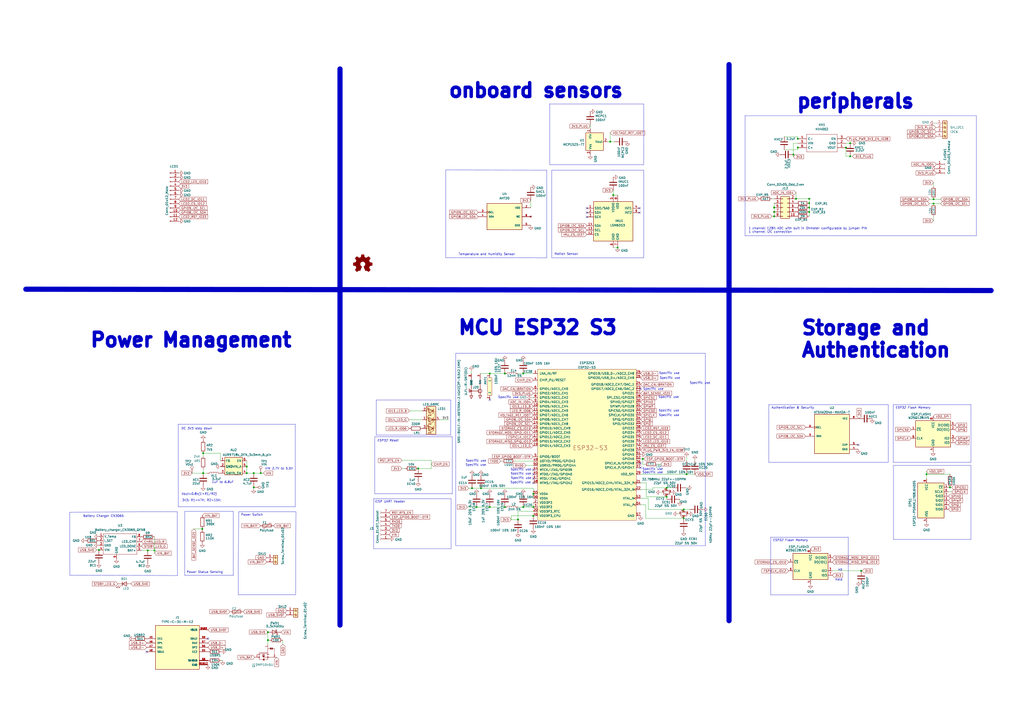
<source format=kicad_sch>
(kicad_sch (version 20230121) (generator eeschema)
  (paper "A2")
  (title_block (title "Smart DAQ Device 1Ch 12Bit ADC / I2C ") (date "2022-10-28") (rev "11-2022") (company "AeonLabs (https://github.com/aeonSolutions)"))
  (lib_symbols
    (symbol "Authentication & Security ICs:ATSHA204A-MAHDA-T" (pin_names (offset 1.016))
      (property "Reference" "U" (at -9.906 7.62 0))
      (property "Value" "ATSHA204A-MAHDA-T" (at -10.1854 -15.2654 0))
      (symbol "ATSHA204A-MAHDA-T_0_0"
        (pin power_in line (at 15.24 -10.16 180) (length 5.08) (name "GND") (number "4"))
        (pin bidirectional line (at -15.24 -2.54 0) (length 5.08) (name "SDA") (number "5"))
        (pin input clock (at -15.24 2.54 0) (length 5.08) (name "SCL") (number "6"))
        (pin power_in line (at 15.24 7.62 180) (length 5.08) (name "VCC") (number "8"))
        (pin power_in line (at 15.24 -7.62 180) (length 5.08) (name "EXP") (number "9"))
      )
    )
    (symbol "Battery_Management:Battery_charger_CN3065_QFN8"
      (property "Reference" "U" (at 0 10.16 0))
      (property "Value" "Battery_charger_CN3065_QFN8" (at 1.27 8.89 0))
      (symbol "Battery_charger_CN3065_QFN8_1_1"
        (pin input line (at -12.0396 4.064 0) (length 2.54) (name "V_Temp") (number "1"))
        (pin input line (at -12.0904 1.6256 0) (length 2.54) (name "I_SET") (number "2"))
        (pin output line (at -12.0904 -1.0668 0) (length 2.54) (name "GND") (number "3"))
        (pin input line (at -12.0396 -3.7592 0) (length 2.54) (name "VIN") (number "4"))
        (pin output line (at 12.5984 -4.0132 180) (length 2.54) (name "BAT+") (number "5"))
        (pin output line (at 12.6492 -1.5748 180) (length 2.54) (name "LED_DONE") (number "6"))
        (pin output line (at 12.6492 1.1176 180) (length 2.54) (name "LED_CHR") (number "7"))
        (pin input line (at 12.5984 3.81 180) (length 2.54) (name "FB") (number "8"))
        (pin output line (at -1.8288 -8.9408 90) (length 2.54) (name "GND") (number "9"))
      )
    )
    (symbol "Connector:Conn_01x03_Female" (pin_names (offset 1.016) hide)
      (property "Reference" "J" (at 0 5.08 0))
      (property "Value" "Conn_01x03_Female" (at 0 -5.08 0))
      (symbol "Conn_01x03_Female_1_1"
        (pin passive line (at -5.08 2.54 0) (length 3.81) (name "Pin_1") (number "1"))
        (pin passive line (at -5.08 0 0) (length 3.81) (name "Pin_2") (number "2"))
        (pin passive line (at -5.08 -2.54 0) (length 3.81) (name "Pin_3") (number "3"))
      )
    )
    (symbol "Connector:Conn_01x07_Socket" (pin_names (offset 1.016) hide)
      (property "Reference" "J" (at 0 10.16 0))
      (property "Value" "Conn_01x07_Socket" (at 0 -10.16 0))
      (symbol "Conn_01x07_Socket_1_1"
        (pin passive line (at -5.08 7.62 0) (length 3.81) (name "Pin_1") (number "1"))
        (pin passive line (at -5.08 5.08 0) (length 3.81) (name "Pin_2") (number "2"))
        (pin passive line (at -5.08 2.54 0) (length 3.81) (name "Pin_3") (number "3"))
        (pin passive line (at -5.08 0 0) (length 3.81) (name "Pin_4") (number "4"))
        (pin passive line (at -5.08 -2.54 0) (length 3.81) (name "Pin_5") (number "5"))
        (pin passive line (at -5.08 -5.08 0) (length 3.81) (name "Pin_6") (number "6"))
        (pin passive line (at -5.08 -7.62 0) (length 3.81) (name "Pin_7") (number "7"))
      )
    )
    (symbol "Connector:Conn_01x12_Male" (pin_names (offset 1.016) hide)
      (property "Reference" "J" (at 0 15.24 0))
      (property "Value" "Conn_01x12_Male" (at 0 -17.78 0))
      (symbol "Conn_01x12_Male_1_1"
        (pin passive line (at 5.08 12.7 180) (length 3.81) (name "Pin_1") (number "1"))
        (pin passive line (at 5.08 -10.16 180) (length 3.81) (name "Pin_10") (number "10"))
        (pin passive line (at 5.08 -12.7 180) (length 3.81) (name "Pin_11") (number "11"))
        (pin passive line (at 5.08 -15.24 180) (length 3.81) (name "Pin_12") (number "12"))
        (pin passive line (at 5.08 10.16 180) (length 3.81) (name "Pin_2") (number "2"))
        (pin passive line (at 5.08 7.62 180) (length 3.81) (name "Pin_3") (number "3"))
        (pin passive line (at 5.08 5.08 180) (length 3.81) (name "Pin_4") (number "4"))
        (pin passive line (at 5.08 2.54 180) (length 3.81) (name "Pin_5") (number "5"))
        (pin passive line (at 5.08 0 180) (length 3.81) (name "Pin_6") (number "6"))
        (pin passive line (at 5.08 -2.54 180) (length 3.81) (name "Pin_7") (number "7"))
        (pin passive line (at 5.08 -5.08 180) (length 3.81) (name "Pin_8") (number "8"))
        (pin passive line (at 5.08 -7.62 180) (length 3.81) (name "Pin_9") (number "9"))
      )
    )
    (symbol "Connector:Screw_Terminal_01x02" (pin_names (offset 1.016) hide)
      (property "Reference" "J" (at 0 2.54 0))
      (property "Value" "Screw_Terminal_01x02" (at 0 -5.08 0))
      (symbol "Screw_Terminal_01x02_1_1"
        (pin passive line (at -5.08 0 0) (length 3.81) (name "Pin_1") (number "1"))
        (pin passive line (at -5.08 -2.54 0) (length 3.81) (name "Pin_2") (number "2"))
      )
    )
    (symbol "Connector:Screw_Terminal_01x04" (pin_names (offset 1.016) hide)
      (property "Reference" "J" (at 0 5.08 0))
      (property "Value" "Screw_Terminal_01x04" (at 0 -7.62 0))
      (symbol "Screw_Terminal_01x04_1_1"
        (pin passive line (at -5.08 2.54 0) (length 3.81) (name "Pin_1") (number "1"))
        (pin passive line (at -5.08 0 0) (length 3.81) (name "Pin_2") (number "2"))
        (pin passive line (at -5.08 -2.54 0) (length 3.81) (name "Pin_3") (number "3"))
        (pin passive line (at -5.08 -5.08 0) (length 3.81) (name "Pin_4") (number "4"))
      )
    )
    (symbol "Connector:TYPE-C-31-M-12" (pin_names (offset 1.016))
      (property "Reference" "J" (at -12.7 13.462 0))
      (property "Value" "TYPE-C-31-M-12" (at -12.7 -13.462 0))
      (symbol "TYPE-C-31-M-12_0_0"
        (pin power_in line (at 17.78 -10.16 180) (length 5.08) (name "GND") (number "A1B12"))
        (pin power_in line (at 17.78 10.16 180) (length 5.08) (name "VBUS") (number "A4B9"))
        (pin bidirectional line (at -17.78 5.08 0) (length 5.08) (name "CC1") (number "A5"))
        (pin bidirectional line (at -17.78 2.54 0) (length 5.08) (name "DP1") (number "A6"))
        (pin bidirectional line (at -17.78 0 0) (length 5.08) (name "DN1") (number "A7"))
        (pin bidirectional line (at -17.78 -2.54 0) (length 5.08) (name "SBU1") (number "A8"))
        (pin power_in line (at 17.78 -10.16 180) (length 5.08) (name "GND") (number "B1A12"))
        (pin power_in line (at 17.78 10.16 180) (length 5.08) (name "VBUS") (number "B4A9"))
        (pin bidirectional line (at 17.78 -2.54 180) (length 5.08) (name "CC2") (number "B5"))
        (pin bidirectional line (at 17.78 0 180) (length 5.08) (name "DP2") (number "B6"))
        (pin bidirectional line (at 17.78 2.54 180) (length 5.08) (name "DN2") (number "B7"))
        (pin bidirectional line (at 17.78 5.08 180) (length 5.08) (name "SBU2") (number "B8"))
        (pin passive line (at 17.78 -7.62 180) (length 5.08) (name "SHIELD") (number "S1"))
        (pin passive line (at 17.78 -7.62 180) (length 5.08) (name "SHIELD") (number "S2"))
        (pin passive line (at 17.78 -7.62 180) (length 5.08) (name "SHIELD") (number "S3"))
        (pin passive line (at 17.78 -7.62 180) (length 5.08) (name "SHIELD") (number "S4"))
      )
    )
    (symbol "Connector:TestPoint" (pin_numbers hide) (pin_names (offset 0.762) hide)
      (property "Reference" "TP" (at 0 6.858 0))
      (property "Value" "TestPoint" (at 0 5.08 0))
      (symbol "TestPoint_1_1"
        (pin passive line (at 0 0 90) (length 2.54) (name "1") (number "1"))
      )
    )
    (symbol "Connector_Generic:Conn_02x05_Odd_Even" (pin_names (offset 1.016) hide)
      (property "Reference" "J" (at 1.27 7.62 0))
      (property "Value" "Conn_02x05_Odd_Even" (at 1.27 -7.62 0))
      (symbol "Conn_02x05_Odd_Even_1_1"
        (pin passive line (at -5.08 5.08 0) (length 3.81) (name "Pin_1") (number "1"))
        (pin passive line (at 7.62 -5.08 180) (length 3.81) (name "Pin_10") (number "10"))
        (pin passive line (at 7.62 5.08 180) (length 3.81) (name "Pin_2") (number "2"))
        (pin passive line (at -5.08 2.54 0) (length 3.81) (name "Pin_3") (number "3"))
        (pin passive line (at 7.62 2.54 180) (length 3.81) (name "Pin_4") (number "4"))
        (pin passive line (at -5.08 0 0) (length 3.81) (name "Pin_5") (number "5"))
        (pin passive line (at 7.62 0 180) (length 3.81) (name "Pin_6") (number "6"))
        (pin passive line (at -5.08 -2.54 0) (length 3.81) (name "Pin_7") (number "7"))
        (pin passive line (at 7.62 -2.54 180) (length 3.81) (name "Pin_8") (number "8"))
        (pin passive line (at -5.08 -5.08 0) (length 3.81) (name "Pin_9") (number "9"))
      )
    )
    (symbol "Device:C" (pin_numbers hide) (pin_names (offset 0.254))
      (property "Reference" "C" (at 0.635 2.54 0))
      (property "Value" "C" (at 0.635 -2.54 0))
      (symbol "C_1_1"
        (pin passive line (at 0 3.81 270) (length 2.794) (name "~") (number "1"))
        (pin passive line (at 0 -3.81 90) (length 2.794) (name "~") (number "2"))
      )
    )
    (symbol "Device:Crystal_GND24_Small" (pin_names (offset 1.016) hide)
      (property "Reference" "Y" (at 1.27 4.445 0))
      (property "Value" "Crystal_GND24_Small" (at 1.27 2.54 0))
      (symbol "Crystal_GND24_Small_1_1"
        (pin passive line (at -2.54 0 0) (length 1.27) (name "1") (number "1"))
        (pin passive line (at 0 -2.54 90) (length 0.635) (name "2") (number "2"))
        (pin passive line (at 2.54 0 180) (length 1.27) (name "3") (number "3"))
        (pin passive line (at 0 2.54 270) (length 0.635) (name "4") (number "4"))
      )
    )
    (symbol "Device:D_Schottky" (pin_numbers hide) (pin_names (offset 1.016) hide)
      (property "Reference" "D" (at 0 2.54 0))
      (property "Value" "D_Schottky" (at 0 -2.54 0))
      (symbol "D_Schottky_1_1"
        (pin passive line (at -3.81 0 0) (length 2.54) (name "K") (number "1"))
        (pin passive line (at 3.81 0 180) (length 2.54) (name "A") (number "2"))
      )
    )
    (symbol "Device:L" (pin_numbers hide) (pin_names (offset 1.016) hide)
      (property "Reference" "L" (at -1.27 0 90))
      (property "Value" "L" (at 1.905 0 90))
      (symbol "L_1_1"
        (pin passive line (at 0 3.81 270) (length 1.27) (name "1") (number "1"))
        (pin passive line (at 0 -3.81 90) (length 1.27) (name "2") (number "2"))
      )
    )
    (symbol "Device:LED" (pin_numbers hide) (pin_names (offset 1.016) hide)
      (property "Reference" "D" (at 0 2.54 0))
      (property "Value" "LED" (at 0 -2.54 0))
      (symbol "LED_1_1"
        (pin passive line (at -3.81 0 0) (length 2.54) (name "K") (number "1"))
        (pin passive line (at 3.81 0 180) (length 2.54) (name "A") (number "2"))
      )
    )
    (symbol "Device:LED_GBRC" (pin_names (offset 0) hide)
      (property "Reference" "D" (at 0 9.398 0))
      (property "Value" "Device_LED_GBRC" (at 0 -8.89 0))
      (symbol "LED_GBRC_0_0"
        (text "B" (at 1.905 -6.35 0) (effects (font (size 1.27 1.27))))
        (text "G" (at 1.905 -1.27 0) (effects (font (size 1.27 1.27))))
        (text "R" (at 1.905 3.81 0) (effects (font (size 1.27 1.27))))
      )
      (symbol "LED_GBRC_1_1"
        (pin passive line (at 5.08 0 180) (length 2.54) (name "GA") (number "1"))
        (pin passive line (at 5.08 -5.08 180) (length 2.54) (name "BA") (number "2"))
        (pin passive line (at 5.08 5.08 180) (length 2.54) (name "RA") (number "3"))
        (pin passive line (at -5.08 0 0) (length 2.54) (name "K") (number "4"))
      )
    )
    (symbol "Device:Polyfuse" (pin_numbers hide) (pin_names (offset 0))
      (property "Reference" "F" (at -2.54 0 90))
      (property "Value" "Polyfuse" (at 2.54 0 90))
      (symbol "Polyfuse_1_1"
        (pin passive line (at 0 3.81 270) (length 1.27) (name "~") (number "1"))
        (pin passive line (at 0 -3.81 90) (length 1.27) (name "~") (number "2"))
      )
    )
    (symbol "Device:R" (pin_numbers hide) (pin_names (offset 0))
      (property "Reference" "R" (at 2.032 0 90))
      (property "Value" "R" (at 0 0 90))
      (symbol "R_1_1"
        (pin passive line (at 0 3.81 270) (length 1.27) (name "~") (number "1"))
        (pin passive line (at 0 -3.81 90) (length 1.27) (name "~") (number "2"))
      )
    )
    (symbol "Espressif:ESP32-S3" (pin_names (offset 1.016))
      (property "Reference" "U" (at 0 46.99 0))
      (property "Value" "ESP32-S3" (at 0 -43.18 0))
      (symbol "ESP32-S3_0_0"
        (text "ESP32-S3" (at 1.27 0 0) (effects (font (size 2.54 2.54))))
        (pin bidirectional line (at 30.48 -8.89 180) (length 2.54) (name "SPICLK_N/GPIO48") (number "36"))
        (pin bidirectional line (at 30.48 -11.43 180) (length 2.54) (name "SPICLK_P/GPIO47") (number "37"))
      )
      (symbol "ESP32-S3_1_1"
        (pin bidirectional line (at -31.75 43.18 0) (length 2.54) (name "LNA_IN/RF") (number "1"))
        (pin bidirectional line (at -31.75 24.13 0) (length 2.54) (name "GPIO5/ADC1_CH4") (number "10"))
        (pin bidirectional line (at -31.75 21.59 0) (length 2.54) (name "GPIO6/ADC1_CH5") (number "11"))
        (pin bidirectional line (at -31.75 19.05 0) (length 2.54) (name "GPIO7/ADC1_CH6") (number "12"))
        (pin bidirectional line (at -31.75 16.51 0) (length 2.54) (name "GPIO8/ADC1_CH7") (number "13"))
        (pin bidirectional line (at -31.75 13.97 0) (length 2.54) (name "GPIO9/ADC1_CH8") (number "14"))
        (pin bidirectional line (at -31.75 11.43 0) (length 2.54) (name "GPIO10/ADC1_CH9") (number "15"))
        (pin bidirectional line (at -31.75 8.89 0) (length 2.54) (name "GPIO11/ADC2_CH0") (number "16"))
        (pin bidirectional line (at -31.75 6.35 0) (length 2.54) (name "GPIO12/ADC2_CH1") (number "17"))
        (pin bidirectional line (at -31.75 3.81 0) (length 2.54) (name "GPIO13/ADC2_CH2") (number "18"))
        (pin bidirectional line (at -31.75 1.27 0) (length 2.54) (name "GPIO14/ADC2_CH3") (number "19"))
        (pin power_in line (at -31.75 -31.75 0) (length 2.54) (name "VDD3P3") (number "2"))
        (pin power_in line (at -31.75 -36.83 0) (length 2.54) (name "VDD3P3_RTC") (number "20"))
        (pin input clock (at 30.48 -20.32 180) (length 2.54) (name "GPIO15/ADC2_CH4/XTAL_32K_P") (number "21"))
        (pin output clock (at 30.48 -24.13 180) (length 2.54) (name "GPIO16/ADC2_CH5/XTAL_32K_N") (number "22"))
        (pin bidirectional line (at 30.48 34.29 180) (length 2.54) (name "GPIO17/ADC2_CH6/DAC_2") (number "23"))
        (pin bidirectional line (at 30.48 36.83 180) (length 2.54) (name "GPIO18/ADC2_CH7/DAC_1") (number "24"))
        (pin bidirectional line (at 30.48 43.18 180) (length 2.54) (name "GPIO19/USB_D-/ADC2_CH8") (number "25"))
        (pin bidirectional line (at 30.48 40.64 180) (length 2.54) (name "GPIO20/USB_D+/ADC2_CH9") (number "26"))
        (pin bidirectional line (at 30.48 31.75 180) (length 2.54) (name "GPIO21") (number "27"))
        (pin bidirectional line (at 30.48 29.21 180) (length 2.54) (name "SPI_CS1/GPIO26") (number "28"))
        (pin power_out line (at 30.48 -15.24 180) (length 2.54) (name "VDD_SPI") (number "29"))
        (pin power_in line (at -31.75 -34.29 0) (length 2.54) (name "VDD3P3") (number "3"))
        (pin bidirectional line (at 30.48 26.67 180) (length 2.54) (name "SPIHD/GPIO27") (number "30"))
        (pin bidirectional line (at 30.48 24.13 180) (length 2.54) (name "SPIWP/GPIO28") (number "31"))
        (pin bidirectional line (at 30.48 21.59 180) (length 2.54) (name "SPICS0/GPIO29") (number "32"))
        (pin bidirectional line (at 30.48 19.05 180) (length 2.54) (name "SPICLK/GPIO30") (number "33"))
        (pin bidirectional line (at 30.48 16.51 180) (length 2.54) (name "SPIQ/GPIO31") (number "34"))
        (pin bidirectional line (at 30.48 13.97 180) (length 2.54) (name "SPID/GPIO32") (number "35"))
        (pin bidirectional line (at 30.48 11.43 180) (length 2.54) (name "GPIO33") (number "38"))
        (pin bidirectional line (at 30.48 8.89 180) (length 2.54) (name "GPIO34") (number "39"))
        (pin input line (at -31.75 39.37 0) (length 2.54) (name "CHIP_PU/RESET") (number "4"))
        (pin bidirectional line (at 30.48 6.35 180) (length 2.54) (name "GPIO35") (number "40"))
        (pin bidirectional line (at 30.48 3.81 180) (length 2.54) (name "GPIO36") (number "41"))
        (pin bidirectional line (at 30.48 1.27 180) (length 2.54) (name "GPIO37") (number "42"))
        (pin bidirectional line (at 30.48 -1.27 180) (length 2.54) (name "GPIO38") (number "43"))
        (pin bidirectional line (at -31.75 -12.7 0) (length 2.54) (name "MTCK/JTAG/GPIO39") (number "44"))
        (pin bidirectional line (at -31.75 -15.24 0) (length 2.54) (name "MTDO/JTAG/GPIO40") (number "45"))
        (pin power_in line (at -31.75 -39.37 0) (length 2.54) (name "VDD3P3_CPU") (number "46"))
        (pin bidirectional line (at -31.75 -17.78 0) (length 2.54) (name "MTDI/JTAG/GPIO41") (number "47"))
        (pin bidirectional line (at -31.75 -20.32 0) (length 2.54) (name "MTMS/JTAG/GPIO42") (number "48"))
        (pin bidirectional line (at -31.75 -7.62 0) (length 2.54) (name "U0TXD/PROG/GPIO43") (number "49"))
        (pin bidirectional line (at -31.75 -5.08 0) (length 2.54) (name "GPIO0/BOOT") (number "5"))
        (pin bidirectional line (at -31.75 -10.16 0) (length 2.54) (name "U0RXD/PROG/GPIO44") (number "50"))
        (pin bidirectional line (at 30.48 -3.81 180) (length 2.54) (name "GPIO45") (number "51"))
        (pin bidirectional line (at 30.48 -6.35 180) (length 2.54) (name "GPIO46") (number "52"))
        (pin input clock (at 30.48 -29.21 180) (length 2.54) (name "XTAL_N") (number "53"))
        (pin output clock (at 30.48 -33.02 180) (length 2.54) (name "XTAL_P") (number "54"))
        (pin power_in line (at -31.75 -26.67 0) (length 2.54) (name "VDDA") (number "55"))
        (pin power_in line (at -31.75 -29.21 0) (length 2.54) (name "VDDA") (number "56"))
        (pin power_in line (at 30.48 -39.37 180) (length 2.54) (name "GND") (number "57"))
        (pin bidirectional line (at -31.75 34.29 0) (length 2.54) (name "GPIO1/ADC1_CH0") (number "6"))
        (pin bidirectional line (at -31.75 31.75 0) (length 2.54) (name "GPIO2/ADC1_CH1") (number "7"))
        (pin bidirectional line (at -31.75 29.21 0) (length 2.54) (name "GPIO3/ADC1_CH2") (number "8"))
        (pin bidirectional line (at -31.75 26.67 0) (length 2.54) (name "GPIO4/ADC1_CH3") (number "9"))
      )
    )
    (symbol "Graphic:Logo_Open_Hardware_Small" (pin_names (offset 1.016)))
    (symbol "HX4002_1" (pin_names (offset 0.762))
      (property "Reference" "IC" (at 24.13 7.62 0))
      (property "Value" "HX4002_1" (at 24.13 5.08 0))
      (symbol "HX4002_1_0_0"
        (pin passive line (at 0 0 0) (length 5.08) (name "VOUT") (number "1"))
        (pin passive line (at 0 -2.54 0) (length 5.08) (name "GND") (number "2"))
        (pin passive line (at 0 -5.08 0) (length 5.08) (name "EN") (number "3"))
        (pin passive line (at 27.94 -5.08 180) (length 5.08) (name "C-") (number "4"))
        (pin passive line (at 27.94 -2.54 180) (length 5.08) (name "VIN") (number "5"))
        (pin passive line (at 27.94 0 180) (length 5.08) (name "C+") (number "6"))
      )
    )
    (symbol "Memory_Flash:W25Q128JVS"
      (property "Reference" "U" (at -8.89 8.89 0))
      (property "Value" "W25Q128JVS" (at 7.62 8.89 0))
      (symbol "W25Q128JVS_1_1"
        (pin input line (at -12.7 2.54 0) (length 2.54) (name "~{CS}") (number "1"))
        (pin bidirectional line (at 12.7 2.54 180) (length 2.54) (name "DO(IO1)") (number "2"))
        (pin bidirectional line (at 12.7 -2.54 180) (length 2.54) (name "IO2") (number "3"))
        (pin power_in line (at 0 -10.16 90) (length 2.54) (name "GND") (number "4"))
        (pin bidirectional line (at 12.7 5.08 180) (length 2.54) (name "DI(IO0)") (number "5"))
        (pin input line (at -12.7 -2.54 0) (length 2.54) (name "CLK") (number "6"))
        (pin bidirectional line (at 12.7 -5.08 180) (length 2.54) (name "IO3") (number "7"))
        (pin power_in line (at 0 10.16 270) (length 2.54) (name "VCC") (number "8"))
      )
    )
    (symbol "Memory_RAM:ESP32-PSRAM_LY68L6400S"
      (property "Reference" "EPS" (at -5.08 0.508 0))
      (property "Value" "ESP32-PSRAM_LY68L6400S" (at -12.192 23.368 0))
      (symbol "ESP32-PSRAM_LY68L6400S_1_1"
        (pin input line (at 10.16 7.62 180) (length 2.54) (name "~{CE}") (number "1"))
        (pin input line (at 10.16 -2.54 180) (length 2.54) (name "SIO1") (number "2"))
        (pin bidirectional line (at 10.16 0 180) (length 2.54) (name "SIO2") (number "3"))
        (pin power_in line (at -2.54 -12.7 90) (length 2.54) (name "VSS") (number "4"))
        (pin output line (at 10.16 -5.08 180) (length 2.54) (name "SiO0") (number "5"))
        (pin output line (at 10.16 5.08 180) (length 2.54) (name "SCLK") (number "6"))
        (pin bidirectional line (at 10.16 2.54 180) (length 2.54) (name "SIO3") (number "7"))
        (pin power_in line (at -2.54 12.7 270) (length 2.54) (name "VCC") (number "8"))
      )
    )
    (symbol "Power_Management:ST01S09_AUR9718x_DFN_3x3mm_6_pin"
      (property "Reference" "AU1" (at -2.54 10.033 0))
      (property "Value" "AUR9718x_DFN_3x3mm_6_pin" (at -2.54 7.493 0))
      (symbol "ST01S09_AUR9718x_DFN_3x3mm_6_pin_1_1"
        (pin input line (at -10.16 3.048 0) (length 2.54) (name "FB") (number "1"))
        (pin output line (at -10.16 -0.254 0) (length 2.54) (name "GND") (number "2"))
        (pin bidirectional line (at -10.16 -4.064 0) (length 2.54) (name "SW") (number "3"))
        (pin input line (at 5.08 -4.064 180) (length 2.54) (name "VIN_SW") (number "4"))
        (pin power_out line (at 5.08 -0.254 180) (length 2.54) (name "VIN_A") (number "5"))
        (pin power_in line (at 5.08 3.048 180) (length 2.54) (name "EN") (number "6"))
        (pin output line (at -10.16 -0.254 0) (length 2.54) (name "GND") (number "7"))
      )
    )
    (symbol "RF:U.FL-R-SMT(01)" (pin_names (offset 1.016))
      (property "Reference" "J" (at -3.81 4.064 0))
      (property "Value" "U.FL-R-SMT(01)" (at -4.318 -5.588 0))
      (symbol "U.FL-R-SMT(01)_0_0"
        (pin passive line (at -10.16 -2.54 0) (length 2.54) (name "GND") (number "1"))
        (pin passive line (at -10.16 -2.54 0) (length 2.54) (name "GND") (number "2"))
        (pin passive line (at -10.16 2.54 0) (length 2.54) (name "SIG") (number "3"))
      )
    )
    (symbol "RF_WiFi:SMD-BUILT-IN-ANTENNA-2.4GHZ(2P-9.5X2.1MM)" (pin_names (offset 1.016))
      (property "Reference" "ANT" (at -2.54 1.905 0))
      (property "Value" "SMD-BUILT-IN-ANTENNA-2.4GHZ(2P-9.5X2.1MM)" (at -20.828 5.588 0))
      (symbol "SMD-BUILT-IN-ANTENNA-2.4GHZ(2P-9.5X2.1MM)_0_0"
        (pin bidirectional line (at -7.62 0 0) (length 2.54) (name "1") (number "1"))
        (pin bidirectional line (at 7.62 0 180) (length 2.54) (name "2") (number "2"))
      )
    )
    (symbol "Reference_Voltage:MCP1525-TT"
      (property "Reference" "U" (at 1.27 8.255 0))
      (property "Value" "MCP1525-TT" (at 1.27 6.35 0))
      (symbol "MCP1525-TT_1_1"
        (pin power_in line (at 0 7.62 270) (length 2.54) (name "Vin") (number "1"))
        (pin power_out line (at 10.16 0 180) (length 2.54) (name "Vout") (number "2"))
        (pin power_in line (at 0 -7.62 90) (length 2.54) (name "Vss") (number "3"))
      )
    )
    (symbol "Sensor:AHT20" (pin_names (offset 1.016))
      (property "Reference" "U" (at -10.16 8.509 0))
      (property "Value" "AHT20" (at -10.16 -10.16 0))
      (symbol "AHT20_0_0"
        (pin no_connect line (at 15.24 0 180) (length 5.08) (name "NC") (number "1"))
        (pin power_in line (at 15.24 5.08 180) (length 5.08) (name "VDD") (number "2"))
        (pin input clock (at -15.24 2.54 0) (length 5.08) (name "SCL") (number "3"))
        (pin bidirectional line (at -15.24 0 0) (length 5.08) (name "SDA") (number "4"))
        (pin power_in line (at 15.24 -5.08 180) (length 5.08) (name "GND") (number "5"))
        (pin no_connect line (at 15.24 0 180) (length 5.08) (name "NC") (number "6"))
      )
    )
    (symbol "Sensor_Motion:LSM6DS3"
      (property "Reference" "U" (at -11.43 15.24 0))
      (property "Value" "LSM6DS3" (at -11.43 12.7 0))
      (symbol "LSM6DS3_1_1"
        (pin bidirectional line (at -15.24 7.62 0) (length 3.81) (name "SDO/SA0") (number "1"))
        (pin no_connect line (at 10.16 -5.08 180) (length 3.81) hide (name "NC") (number "10"))
        (pin no_connect line (at 10.16 -2.54 180) (length 3.81) hide (name "NC") (number "11"))
        (pin input line (at -15.24 -7.62 0) (length 3.81) (name "CS") (number "12"))
        (pin input line (at -15.24 -5.08 0) (length 3.81) (name "SCL") (number "13"))
        (pin bidirectional line (at -15.24 -2.54 0) (length 3.81) (name "SDA") (number "14"))
        (pin bidirectional line (at -15.24 5.08 0) (length 3.81) (name "SDX") (number "2"))
        (pin input line (at -15.24 2.54 0) (length 3.81) (name "SCX") (number "3"))
        (pin output line (at 15.24 7.62 180) (length 3.81) (name "INT1") (number "4"))
        (pin power_in line (at 0 15.24 270) (length 3.81) (name "VDDIO") (number "5"))
        (pin power_in line (at 0 -15.24 90) (length 3.81) (name "GND") (number "6"))
        (pin power_in line (at 2.54 -15.24 90) (length 3.81) (name "GND") (number "7"))
        (pin power_in line (at 2.54 15.24 270) (length 3.81) (name "VDD") (number "8"))
        (pin output line (at 15.24 5.08 180) (length 3.81) (name "INT2") (number "9"))
      )
    )
    (symbol "Transistor_FET:DMP1045U" (pin_names (offset 1.016))
      (property "Reference" "Q" (at -10.16 7.62 0))
      (property "Value" "DMP1045U" (at -10.16 -7.62 0))
      (symbol "DMP1045U_0_0"
        (pin passive line (at -5.08 2.54 0) (length 2.54) (name "~") (number "1"))
        (pin passive line (at 2.54 7.62 270) (length 2.54) (name "~") (number "2"))
        (pin passive line (at 2.54 -5.08 90) (length 2.54) (name "~") (number "3"))
      )
    )
    (symbol "power:GND" (power) (pin_names (offset 0))
      (property "Value" "GND" (at 0 -3.81 0))
      (symbol "GND_1_1"
        (pin power_in line (at 0 0 270) (length 0) hide (name "GND") (number "1"))
      )
    )
  )
  (junction (at 449.072 125.476))
  (junction (at 386.715 282.956))
  (junction (at 303.53 216.662))
  (junction (at 396.621 300.609))
  (junction (at 469.392 115.316))
  (junction (at 155.3972 366.7252))
  (junction (at 469.392 120.396))
  (junction (at 499.5418 331.1398))
  (junction (at 292.862 294.132))
  (junction (at 372.872 266.192))
  (junction (at 117.348 306.832))
  (junction (at 490.728 85.598))
  (junction (at 284.099 216.662))
  (junction (at 449.072 120.396))
  (junction (at 462.788 80.518))
  (junction (at 460.248 89.662))
  (junction (at 273.812 283.21))
  (junction (at 300.482 301.371))
  (junction (at 309.372 299.212))
  (junction (at 155.3972 371.348))
  (junction (at 537.464 275.082))
  (junction (at 353.949 82.169))
  (junction (at 358.267 143.637))
  (junction (at 147.193 282.702))
  (junction (at 117.856 262.89))
  (junction (at 541.528 118.11))
  (junction (at 493.1664 83.058))
  (junction (at 242.57 271.78))
  (junction (at 89.6366 319.278))
  (junction (at 309.372 294.132))
  (junction (at 493.1664 90.678))
  (junction (at 292.862 216.662))
  (junction (at 284.099 294.132))
  (junction (at 151.257 274.447))
  (junction (at 461.772 115.316))
  (junction (at 303.53 294.132))
  (junction (at 541.528 115.57))
  (junction (at 355.727 113.157))
  (junction (at 57.3786 319.024))
  (junction (at 386.715 288.163))
  (junction (at 276.479 294.132))
  (junction (at 309.372 286.512))
  (junction (at 551.053 282.702))
  (junction (at 449.072 122.936))
  (junction (at 143.129 270.637))
  (junction (at 85.6996 319.278))
  (junction (at 462.788 85.598))
  (junction (at 469.392 122.936))
  (junction (at 469.392 117.856))
  (junction (at 396.621 295.529))
  (junction (at 117.856 274.447))
  (junction (at 398.272 275.082))
  (junction (at 147.193 274.447))
  (junction (at 143.129 274.447))
  (junction (at 279.019 283.21))
  (no_connect (at 309.372 272.542))
  (no_connect (at 309.372 275.082))
  (no_connect (at 309.372 277.622))
  (no_connect (at 309.372 280.162))
  (no_connect (at 340.487 123.317))
  (no_connect (at 370.967 120.777))
  (no_connect (at 370.967 123.317))
  (no_connect (at 340.487 125.857))
  (no_connect (at 371.602 225.552))
  (no_connect (at 284.099 231.902))
  (no_connect (at 371.602 271.272))
  (no_connect (at 371.602 268.732))
  (no_connect (at 85.09 378.079))
  (no_connect (at 340.487 120.777))
  (no_connect (at 120.65 370.459))
  (no_connect (at 497.84 258.064))
  (wire (pts (xy 460.248 83.058) (xy 460.248 89.662)))
  (polyline (pts (xy 261.6454 289.306) (xy 216.6874 289.306)))
  (wire (pts (xy 303.53 294.132) (xy 309.372 294.132)))
  (wire (pts (xy 551.053 282.702) (xy 550.164 282.702)))
  (wire (pts (xy 305.181 270.002) (xy 309.372 270.002)))
  (polyline (pts (xy 107.188 296.672) (xy 107.188 333.756)))
  (wire (pts (xy 500.126 331.1398) (xy 499.5418 331.1398)))
  (wire (pts (xy 371.602 283.972) (xy 378.587 283.972)))
  (polyline (pts (xy 258.5974 149.5044) (xy 258.5974 98.5774)))
  (polyline (pts (xy 518.287 271.399) (xy 518.287 312.928)))
  (wire (pts (xy 374.523 300.609) (xy 396.621 300.609)))
  (wire (pts (xy 147.193 274.447) (xy 151.257 274.447)))
  (wire (pts (xy 358.267 113.157) (xy 355.727 113.157)))
  (wire (pts (xy 300.482 294.132) (xy 303.53 294.132)))
  (wire (pts (xy 376.047 295.529) (xy 376.047 289.052)))
  (wire (pts (xy 470.408 115.316) (xy 469.392 115.316)))
  (polyline (pts (xy 373.38 98.679) (xy 373.38 149.606)))
  (wire (pts (xy 542.7726 73.9394) (xy 543.0266 73.9394)))
  (wire (pts (xy 164.084 373.7356) (xy 164.084 371.348)))
  (polyline (pts (xy 218.313 232.029) (xy 218.313 252.349)))
  (polyline (pts (xy 432.181 67.056) (xy 432.181 136.779)))
  (polyline (pts (xy 318.897 60.198) (xy 318.897 60.325)))
  (wire (pts (xy 290.449 267.462) (xy 291.084 267.462)))
  (wire (pts (xy 371.602 292.862) (xy 374.523 292.862)))
  (wire (pts (xy 461.772 111.7854) (xy 461.772 115.316)))
  (wire (pts (xy 373.507 266.192) (xy 372.872 266.192)))
  (wire (pts (xy 462.788 85.598) (xy 462.7626 85.598)))
  (wire (pts (xy 396.621 295.402) (xy 396.621 295.529)))
  (wire (pts (xy 449.072 117.856) (xy 449.072 120.396)))
  (wire (pts (xy 460.248 83.058) (xy 462.788 83.058)))
  (wire (pts (xy 284.099 294.132) (xy 292.862 294.132)))
  (wire (pts (xy 233.172 267.081) (xy 250.19 267.081)))
  (wire (pts (xy 300.482 216.662) (xy 303.53 216.662)))
  (wire (pts (xy 244.983 238.379) (xy 237.49 238.379)))
  (wire (pts (xy 82.0166 319.278) (xy 85.6996 319.278)))
  (polyline (pts (xy 432.181 136.779) (xy 566.42 136.779)))
  (polyline (pts (xy 320.04 149.606) (xy 320.04 98.679)))
  (wire (pts (xy 371.602 275.082) (xy 398.272 275.082)))
  (polyline (pts (xy 261.6454 289.306) (xy 261.6454 318.262)))
  (polyline (pts (xy 320.04 98.679) (xy 373.38 98.679)))
  (polyline (pts (xy 40.4876 297.0784) (xy 40.5638 333.7052)))
  (wire (pts (xy 356.362 82.169) (xy 353.949 82.169)))
  (wire (pts (xy 296.545 299.212) (xy 309.372 299.212)))
  (wire (pts (xy 493.1664 83.058) (xy 493.903 83.058)))
  (polyline (pts (xy 217.424 286.385) (xy 217.424 253.365)))
  (wire (pts (xy 372.872 266.192) (xy 371.602 266.192)))
  (wire (pts (xy 237.363 243.459) (xy 244.983 243.459)))
  (polyline (pts (xy 318.897 95.504) (xy 373.38 95.504)))
  (wire (pts (xy 398.272 275.082) (xy 403.098 275.082)))
  (wire (pts (xy 541.528 118.11) (xy 545.592 118.11)))
  (wire (pts (xy 447.7512 125.476) (xy 449.072 125.476)))
  (polyline (pts (xy 138.43 296.926) (xy 171.704 296.926)))
  (wire (pts (xy 85.6996 319.278) (xy 89.6366 319.278)))
  (wire (pts (xy 117.348 306.832) (xy 117.348 307.467)))
  (polyline (pts (xy 373.38 60.325) (xy 318.897 60.325)))
  (wire (pts (xy 271.907 283.21) (xy 273.812 283.21)))
  (polyline (pts (xy 258.5974 149.5044) (xy 317.119 149.606)))
  (wire (pts (xy 250.19 267.081) (xy 250.19 271.78)))
  (wire (pts (xy 400.05 295.529) (xy 396.621 295.529)))
  (wire (pts (xy 155.3972 366.7252) (xy 155.3972 371.348)))
  (polyline (pts (xy 103.378 294.005) (xy 103.378 246.126)))
  (polyline (pts (xy 422.91 37.465) (xy 422.91 360.045)) (stroke (width 3)))
  (wire (pts (xy 541.528 115.57) (xy 545.592 115.57)))
  (wire (pts (xy 537.464 275.082) (xy 551.053 275.082)))
  (wire (pts (xy 358.267 143.637) (xy 355.727 143.637)))
  (wire (pts (xy 397.764 282.956) (xy 398.526 282.956)))
  (wire (pts (xy 309.245 264.922) (xy 309.372 264.922)))
  (wire (pts (xy 469.392 117.856) (xy 469.392 120.396)))
  (wire (pts (xy 276.479 294.132) (xy 284.099 294.132)))
  (polyline (pts (xy 261.493 252.349) (xy 261.493 232.029)))
  (wire (pts (xy 309.372 296.672) (xy 300.482 296.672)))
  (polyline (pts (xy 447.04 311.5818) (xy 492.125 311.5818)))
  (polyline (pts (xy 262.382 253.365) (xy 262.382 286.512)))
  (wire (pts (xy 112.395 306.832) (xy 117.348 306.832)))
  (wire (pts (xy 482.854 331.1398) (xy 499.5418 331.1398)))
  (wire (pts (xy 386.715 288.163) (xy 374.904 288.163)))
  (wire (pts (xy 449.072 122.936) (xy 449.072 125.476)))
  (wire (pts (xy 386.715 282.956) (xy 386.715 283.083)))
  (wire (pts (xy 298.704 267.462) (xy 309.372 267.462)))
  (wire (pts (xy 147.193 283.591) (xy 147.193 282.702)))
  (polyline (pts (xy 102.7684 296.8498) (xy 40.4876 297.0784)))
  (wire (pts (xy 303.53 216.662) (xy 309.372 216.662)))
  (polyline (pts (xy 216.6874 318.262) (xy 261.6454 318.262)))
  (polyline (pts (xy 135.382 333.756) (xy 107.188 333.756)))
  (wire (pts (xy 117.856 262.89) (xy 117.856 264.541)))
  (wire (pts (xy 462.788 80.518) (xy 462.788 79.248)))
  (wire (pts (xy 374.904 280.162) (xy 374.904 288.163)))
  (polyline (pts (xy 317.119 98.679) (xy 317.119 149.606)))
  (polyline (pts (xy 138.176 344.932) (xy 171.45 344.932)))
  (wire (pts (xy 155.3972 366.6744) (xy 155.3972 366.7252)))
  (wire (pts (xy 155.3972 371.348) (xy 155.3972 373.6848)))
  (polyline (pts (xy 14.986 167.767) (xy 574.929 168.529)) (stroke (width 3)))
  (polyline (pts (xy 563.245 268.224) (xy 518.16 268.224)))
  (wire (pts (xy 151.257 274.447) (xy 152.781 274.447)))
  (wire (pts (xy 462.788 86.868) (xy 454.8632 86.868)))
  (polyline (pts (xy 103.378 246.126) (xy 171.323 246.126)))
  (wire (pts (xy 447.802 115.316) (xy 449.072 115.316)))
  (polyline (pts (xy 447.04 345.1098) (xy 447.04 311.5818)))
  (polyline (pts (xy 563.245 234.696) (xy 563.245 268.224)))
  (polyline (pts (xy 197.231 40.005) (xy 197.231 362.585)) (stroke (width 3)))
  (wire (pts (xy 143.129 267.335) (xy 143.129 270.637)))
  (wire (pts (xy 460.248 89.662) (xy 460.248 90.932)))
  (polyline (pts (xy 318.897 60.325) (xy 318.897 95.504)))
  (wire (pts (xy 462.788 79.248) (xy 454.8632 79.248)))
  (wire (pts (xy 129.2352 383.2098) (xy 129.2352 383.159)))
  (wire (pts (xy 300.482 301.371) (xy 296.545 301.371)))
  (polyline (pts (xy 262.509 286.385) (xy 217.424 286.385)))
  (wire (pts (xy 374.904 280.162) (xy 371.602 280.162)))
  (wire (pts (xy 309.372 291.592) (xy 309.372 294.132)))
  (polyline (pts (xy 518.16 234.696) (xy 563.245 234.696)))
  (wire (pts (xy 278.511 216.662) (xy 284.099 216.662)))
  (wire (pts (xy 490.728 85.598) (xy 490.7026 85.598)))
  (wire (pts (xy 117.856 262.89) (xy 127.889 262.89)))
  (wire (pts (xy 462.788 85.598) (xy 462.788 86.868)))
  (wire (pts (xy 490.728 90.678) (xy 493.1664 90.678)))
  (wire (pts (xy 469.392 115.316) (xy 469.392 117.856)))
  (wire (pts (xy 541.528 105.918) (xy 541.528 107.95)))
  (polyline (pts (xy 492.125 345.1098) (xy 447.04 345.1098)))
  (wire (pts (xy 355.727 110.363) (xy 355.727 113.157)))
  (wire (pts (xy 374.523 292.862) (xy 374.523 300.609)))
  (wire (pts (xy 378.587 283.972) (xy 378.587 282.956)))
  (wire (pts (xy 539.115 118.11) (xy 541.528 118.11)))
  (polyline (pts (xy 409.194 316.484) (xy 264.414 316.484)))
  (wire (pts (xy 403.098 267.462) (xy 403.098 266.827)))
  (polyline (pts (xy 261.493 232.029) (xy 218.313 232.029)))
  (polyline (pts (xy 107.188 296.672) (xy 135.382 296.672)))
  (wire (pts (xy 386.715 289.687) (xy 386.715 288.163)))
  (wire (pts (xy 376.047 289.052) (xy 371.602 289.052)))
  (polyline (pts (xy 518.287 312.928) (xy 563.245 312.928)))
  (polyline (pts (xy 138.176 344.932) (xy 138.43 296.926)))
  (polyline (pts (xy 518.287 270.002) (xy 518.287 271.272)))
  (wire (pts (xy 342.392 72.263) (xy 342.392 74.549)))
  (wire (pts (xy 271.145 294.132) (xy 276.479 294.132)))
  (wire (pts (xy 394.081 298.069) (xy 393.192 298.069)))
  (polyline (pts (xy 515.239 234.696) (xy 515.239 268.224)))
  (wire (pts (xy 498.348 242.824) (xy 497.84 242.824)))
  (wire (pts (xy 462.788 80.518) (xy 462.7626 80.518)))
  (polyline (pts (xy 171.323 246.126) (xy 171.323 294.005)))
  (wire (pts (xy 309.372 283.21) (xy 309.372 286.512)))
  (wire (pts (xy 353.949 82.169) (xy 352.552 82.169)))
  (wire (pts (xy 120.269 274.447) (xy 117.856 274.447)))
  (wire (pts (xy 449.072 120.396) (xy 449.072 122.936)))
  (polyline (pts (xy 409.194 204.978) (xy 409.194 316.484)))
  (polyline (pts (xy 373.38 95.504) (xy 373.38 60.325)))
  (wire (pts (xy 309.372 286.512) (xy 309.372 289.052)))
  (polyline (pts (xy 135.382 296.672) (xy 135.382 333.756)))
  (polyline (pts (xy 518.16 268.224) (xy 518.16 234.696)))
  (wire (pts (xy 396.621 295.529) (xy 376.047 295.529)))
  (wire (pts (xy 394.335 289.687) (xy 394.335 290.703)))
  (polyline (pts (xy 171.704 296.926) (xy 171.45 344.932)))
  (wire (pts (xy 127.889 267.335) (xy 127.889 262.89)))
  (wire (pts (xy 89.6366 319.278) (xy 89.6366 320.9036)))
  (polyline (pts (xy 264.414 204.978) (xy 409.194 204.978)))
  (wire (pts (xy 89.6366 311.4548) (xy 89.6366 319.278)))
  (wire (pts (xy 111.379 274.447) (xy 117.856 274.447)))
  (wire (pts (xy 117.348 306.705) (xy 117.348 306.832)))
  (wire (pts (xy 469.392 115.316) (xy 461.772 115.316)))
  (polyline (pts (xy 258.5974 98.5774) (xy 317.119 98.679)))
  (wire (pts (xy 373.888 269.24) (xy 372.872 269.24)))
  (wire (pts (xy 542.1376 71.3994) (xy 543.0266 71.3994)))
  (wire (pts (xy 300.482 296.672) (xy 300.482 301.371)))
  (wire (pts (xy 129.2352 383.159) (xy 128.27 383.159)))
  (wire (pts (xy 396.621 300.736) (xy 396.621 300.609)))
  (polyline (pts (xy 40.5638 333.7052) (xy 102.9716 333.8576)))
  (wire (pts (xy 353.949 77.089) (xy 353.949 82.169)))
  (wire (pts (xy 469.392 120.396) (xy 469.392 122.936)))
  (wire (pts (xy 233.172 271.78) (xy 234.95 271.78)))
  (wire (pts (xy 340.487 136.017) (xy 340.36 136.017)))
  (wire (pts (xy 469.392 122.936) (xy 469.392 125.476)))
  (wire (pts (xy 372.872 269.24) (xy 372.872 266.192)))
  (wire (pts (xy 143.129 270.637) (xy 143.129 274.447)))
  (polyline (pts (xy 218.313 252.349) (xy 261.493 252.349)))
  (wire (pts (xy 279.019 283.21) (xy 309.372 283.21)))
  (wire (pts (xy 490.728 83.058) (xy 493.1664 83.058)))
  (wire (pts (xy 156.464 371.348) (xy 155.3972 371.348)))
  (polyline (pts (xy 492.125 311.5818) (xy 492.125 345.1098)))
  (wire (pts (xy 552.069 285.242) (xy 550.164 285.242)))
  (wire (pts (xy 143.129 274.447) (xy 147.193 274.447)))
  (polyline (pts (xy 563.245 312.928) (xy 563.245 270.002)))
  (polyline (pts (xy 264.414 316.484) (xy 264.414 204.978)))
  (wire (pts (xy 383.286 269.24) (xy 381.508 269.24)))
  (polyline (pts (xy 446.024 268.224) (xy 446.024 234.696)))
  (wire (pts (xy 386.715 282.956) (xy 378.587 282.956)))
  (wire (pts (xy 490.728 85.598) (xy 490.728 90.678)))
  (wire (pts (xy 117.856 274.447) (xy 117.856 272.161)))
  (polyline (pts (xy 320.04 149.606) (xy 373.38 149.606)))
  (wire (pts (xy 493.1664 90.678) (xy 494.538 90.678)))
  (polyline (pts (xy 446.024 234.696) (xy 515.239 234.696)))
  (wire (pts (xy 273.812 283.21) (xy 279.019 283.21)))
  (polyline (pts (xy 171.323 294.005) (xy 103.378 294.005)))
  (wire (pts (xy 539.115 115.57) (xy 541.528 115.57)))
  (wire (pts (xy 390.144 282.956) (xy 386.715 282.956)))
  (wire (pts (xy 308.483 230.632) (xy 309.372 230.632)))
  (wire (pts (xy 541.528 125.73) (xy 541.528 128.016)))
  (wire (pts (xy 250.19 271.78) (xy 242.57 271.78)))
  (wire (pts (xy 551.053 282.702) (xy 552.069 282.702)))
  (polyline (pts (xy 216.6874 289.306) (xy 216.6874 318.262)))
  (wire (pts (xy 273.431 215.138) (xy 273.431 216.662)))
  (wire (pts (xy 537.464 275.082) (xy 537.464 277.622)))
  (wire (pts (xy 396.621 308.356) (xy 396.621 308.229)))
  (polyline (pts (xy 217.424 253.365) (xy 262.382 253.365)))
  (wire (pts (xy 398.272 267.462) (xy 398.272 265.049)))
  (wire (pts (xy 56.0832 319.024) (xy 57.3786 319.024)))
  (wire (pts (xy 284.099 216.662) (xy 292.862 216.662)))
  (polyline (pts (xy 432.181 67.183) (xy 566.42 67.183)))
  (wire (pts (xy 307.8988 116.205) (xy 307.8988 120.5738)))
  (wire (pts (xy 147.193 282.702) (xy 147.193 282.067)))
  (wire (pts (xy 296.545 301.371) (xy 296.545 299.212)))
  (wire (pts (xy 255.143 243.459) (xy 260.223 243.459)))
  (wire (pts (xy 537.464 273.431) (xy 537.464 275.082)))
  (polyline (pts (xy 515.239 268.224) (xy 446.024 268.224)))
  (polyline (pts (xy 566.42 136.779) (xy 566.42 67.183)))
  (polyline (pts (xy 563.245 270.002) (xy 518.287 270.002)))
  (wire (pts (xy 384.175 285.623) (xy 383.286 285.623)))
  (polyline (pts (xy 102.9716 333.8576) (xy 102.7684 296.8498)))
  (text "Specific use" (at 400.0754 222.9612 0) (effects (font (size 1.27 1.27)) (justify left bottom)))
  (text "3V3: R1=47K; R2=15K;" (at 105.537 291.084 0) (effects (font (size 1.27 1.27)) (justify left bottom)))
  (text "wp\n" (at 486.0544 331.1144 0) (effects (font (size 1.27 1.27)) (justify left bottom)))
  (text "Specific use" (at 296.164 275.59 0) (effects (font (size 1.27 1.27)) (justify left bottom)))
  (text "peripherals" (at 461.391 63.5 0) (effects (font (size 8 8) (thickness 2) bold) (justify left bottom)))
  (text "Vout=0.8x(1+R1/R2)" (at 105.156 287.401 0) (effects (font (size 1.27 1.27) italic) (justify left bottom)))
  (text "Specific use" (at 381.889 231.14 0) (effects (font (size 1.27 1.27)) (justify left bottom)))
  (text "ESP32 Flash Memory\n" (at 519.43 237.363 0) (effects (font (size 1.27 1.27) italic) (justify left bottom)))
  (text "DC 3V3 step down" (at 105.156 249.428 0) (effects (font (size 1.27 1.27)) (justify left bottom)))
  (text "Specific use" (at 382.016 239.014 0) (effects (font (size 1.27 1.27)) (justify left bottom)))
  (text "Specific use" (at 382.27 217.297 0) (effects (font (size 1.27 1.27)) (justify left bottom)))
  (text "ESP32 Reset" (at 218.821 256.413 0) (effects (font (size 1.27 1.27) italic) (justify left bottom)))
  (text "Specific use" (at 372.618 274.828 0) (effects (font (size 1.27 1.27)) (justify left bottom)))
  (text "Specific use" (at 296.291 278.13 0) (effects (font (size 1.27 1.27)) (justify left bottom)))
  (text "Temperature and Humidity Sensor" (at 265.938 148.336 0) (effects (font (size 1.27 1.27)) (justify left bottom)))
  (text "ICSP UART Header" (at 217.3224 291.846 0) (effects (font (size 1.27 1.27)) (justify left bottom)))
  (text "Specific use" (at 382.651 220.091 0) (effects (font (size 1.27 1.27)) (justify left bottom)))
  (text "hold\n" (at 484.505 337.058 0) (effects (font (size 1.27 1.27)) (justify left bottom)))
  (text "1uF to 6.8uF" (at 122.809 280.543 0) (effects (font (size 1.27 1.27) italic) (justify left bottom)))
  (text "Specific use" (at 296.037 280.67 0) (effects (font (size 1.27 1.27)) (justify left bottom)))
  (text "Motion Sensor" (at 321.564 148.209 0) (effects (font (size 1.27 1.27)) (justify left bottom)))
  (text "1 channel 12Bit ADC with buit in Ohmeter configurable by jumper PIN\n1 channel I2C connection" (at 434.213 135.382 0) (effects (font (size 1.27 1.27)) (justify left bottom)))
  (text "Specific use" (at 296.164 273.177 0) (effects (font (size 1.27 1.27)) (justify left bottom)))
  (text "onboard sensors" (at 259.461 57.277 0) (effects (font (size 8 8) (thickness 2) bold) (justify left bottom)))
  (text "Specific use" (at 372.618 272.923 0) (effects (font (size 1.27 1.27)) (justify left bottom)))
  (text "Specific use" (at 288.925 231.267 0) (effects (font (size 1.27 1.27)) (justify left bottom)))
  (text "Specific use" (at 372.999 226.441 0) (effects (font (size 1.27 1.27)) (justify left bottom)))
  (text "Storage and \nAuthentication" (at 464.185 207.899 0) (effects (font (size 8 8) (thickness 2) bold) (justify left bottom)))
  (text "Battery Charger CN3065" (at 48.1838 300.2026 0) (effects (font (size 1.27 1.27)) (justify left bottom)))
  (text "Power Management" (at 51.562 202.057 0) (effects (font (size 8 8) (thickness 2) bold) (justify left bottom)))
  (text "Authentication & Security" (at 447.421 237.363 0) (effects (font (size 1.27 1.27) italic) (justify left bottom)))
  (text "VIN 2.7V to 5.5V" (at 153.67 272.669 0) (effects (font (size 1.27 1.27) italic) (justify left bottom)))
  (text "Specific use" (at 270.129 268.097 0) (effects (font (size 1.27 1.27)) (justify left bottom)))
  (text "Power Switch" (at 139.7 299.466 0) (effects (font (size 1.27 1.27)) (justify left bottom)))
  (text "MCU ESP32 S3" (at 265.049 194.818 0) (effects (font (size 8 8) (thickness 2) bold) (justify left bottom)))
  (text "Specific use" (at 382.143 241.681 0) (effects (font (size 1.27 1.27)) (justify left bottom)))
  (text "ESP32 Flash Memory\n" (at 448.31 314.2488 0) (effects (font (size 1.27 1.27) italic) (justify left bottom)))
  (text "Power Status Sensing" (at 108.204 332.74 0) (effects (font (size 1.27 1.27)) (justify left bottom)))
  (text "Specific use" (at 270.002 270.51 0) (effects (font (size 1.27 1.27)) (justify left bottom)))
  (label "3V3" (at 260.223 243.459 180))
  (global_label "USB_5V0" (shape input) (at 56.0832 319.024 180) (property "Intersheetrefs" "${INTERSHEET_REFS}" (effects hide)))
  (global_label "3V3" (shape input) (at 271.145 294.132 180) (property "Intersheetrefs" "${INTERSHEET_REFS}" (effects hide)))
  (global_label "3V3" (shape input) (at 307.8988 116.205 180) (property "Intersheetrefs" "${INTERSHEET_REFS}" (effects hide)))
  (global_label "TXD0" (shape input) (at 225.7044 305.0032 0) (property "Intersheetrefs" "${INTERSHEET_REFS}" (effects hide)))
  (global_label "3V3_PLUG" (shape input) (at 542.7726 73.9394 180) (property "Intersheetrefs" "${INTERSHEET_REFS}" (effects hide)))
  (global_label "STORAGE_CS_IO10" (shape input) (at 309.372 248.412 180) (effects (font italic)) (property "Intersheetrefs" "${INTERSHEET_REFS}" (effects hide)))
  (global_label "BAT_SENSE_IO21" (shape input) (at 371.602 228.092 0) (effects (font italic)) (property "Intersheetrefs" "${INTERSHEET_REFS}" (effects hide)))
  (global_label "GND" (shape input) (at 154.7368 323.4436 180) (property "Intersheetrefs" "${INTERSHEET_REFS}" (effects hide)))
  (global_label "SPIQ" (shape input) (at 550.164 292.862 0) (effects (font italic)) (property "Intersheetrefs" "${INTERSHEET_REFS}" (effects hide)))
  (global_label "CHIP_EN" (shape input) (at 309.372 220.472 180) (property "Intersheetrefs" "${INTERSHEET_REFS}" (effects hide)))
  (global_label "VIN" (shape input) (at 225.7044 310.0832 0) (property "Intersheetrefs" "${INTERSHEET_REFS}" (effects hide)))
  (global_label "USB_D-" (shape input) (at 85.09 375.539 180) (property "Intersheetrefs" "${INTERSHEET_REFS}" (effects hide)))
  (global_label "LCD2_LED_IO10" (shape input) (at 371.602 256.032 0) (property "Intersheetrefs" "${INTERSHEET_REFS}" (effects hide)))
  (global_label "3V3_PLUG" (shape input) (at 494.538 90.678 0) (property "Intersheetrefs" "${INTERSHEET_REFS}" (effects hide)))
  (global_label "ESP_GPIO0_BOOT-DTR" (shape input) (at 225.7044 299.9232 0) (property "Intersheetrefs" "${INTERSHEET_REFS}" (effects hide)))
  (global_label "LCD2_CS_IO12" (shape input) (at 103.632 118.11 0) (property "Intersheetrefs" "${INTERSHEET_REFS}" (effects hide)))
  (global_label "FSPICLK_IO12" (shape input) (at 309.372 253.492 180) (effects (font italic)) (property "Intersheetrefs" "${INTERSHEET_REFS}" (effects hide)))
  (global_label "STDBY_LED_G" (shape input) (at 82.0674 316.8396 0) (property "Intersheetrefs" "${INTERSHEET_REFS}" (effects hide)))
  (global_label "VIN_BATF" (shape input) (at 154.7368 325.9836 180) (property "Intersheetrefs" "${INTERSHEET_REFS}" (effects hide)))
  (global_label "3V3" (shape input) (at 225.7044 307.5432 0) (property "Intersheetrefs" "${INTERSHEET_REFS}" (effects hide)))
  (global_label "3V3_PLUG" (shape input) (at 447.7512 125.476 180) (property "Intersheetrefs" "${INTERSHEET_REFS}" (effects hide)))
  (global_label "LCD2_CS_IO12" (shape input) (at 371.602 250.952 0) (property "Intersheetrefs" "${INTERSHEET_REFS}" (effects hide)))
  (global_label "3V3_PLUG" (shape input) (at 543.1536 100.3808 180) (property "Intersheetrefs" "${INTERSHEET_REFS}" (effects hide)))
  (global_label "GND" (shape input) (at 166.4462 354.1776 180) (property "Intersheetrefs" "${INTERSHEET_REFS}" (effects hide)))
  (global_label "RXD0" (shape input) (at 225.7044 302.4632 0) (property "Intersheetrefs" "${INTERSHEET_REFS}" (effects hide)))
  (global_label "IO14_LED_G" (shape input) (at 237.363 243.459 180) (property "Intersheetrefs" "${INTERSHEET_REFS}" (effects hide)))
  (global_label "SPICLK" (shape input) (at 371.602 240.792 0) (effects (font italic)) (property "Intersheetrefs" "${INTERSHEET_REFS}" (effects hide)))
  (global_label "USB_5V0F" (shape input) (at 120.65 365.379 0) (property "Intersheetrefs" "${INTERSHEET_REFS}" (effects hide)))
  (global_label "GPIO9_I2C_SCL" (shape input) (at 103.632 120.65 0) (property "Intersheetrefs" "${INTERSHEET_REFS}" (effects hide)))
  (global_label "3V3" (shape input) (at 271.907 283.21 180) (property "Intersheetrefs" "${INTERSHEET_REFS}" (effects hide)))
  (global_label "VOLTAGE_REF_IO07" (shape input) (at 353.949 77.089 0) (property "Intersheetrefs" "${INTERSHEET_REFS}" (effects hide)))
  (global_label "SPIHD" (shape input) (at 550.164 287.782 0) (effects (font italic)) (property "Intersheetrefs" "${INTERSHEET_REFS}" (effects hide)))
  (global_label "3V3" (shape input) (at 482.854 333.6798 0) (effects (font italic)) (property "Intersheetrefs" "${INTERSHEET_REFS}" (effects hide)))
  (global_label "SPIHD" (shape input) (at 553.974 256.794 0) (effects (font italic)) (property "Intersheetrefs" "${INTERSHEET_REFS}" (effects hide)))
  (global_label "USB_5V0" (shape input) (at 141.0208 354.838 0) (property "Intersheetrefs" "${INTERSHEET_REFS}" (effects hide)))
  (global_label "RXD0" (shape input) (at 305.181 270.002 180) (property "Intersheetrefs" "${INTERSHEET_REFS}" (effects hide)))
  (global_label "SPICS1" (shape input) (at 371.602 230.632 0) (effects (font italic)) (property "Intersheetrefs" "${INTERSHEET_REFS}" (effects hide)))
  (global_label "ESP_GPIO0_BOOT-DTR" (shape input) (at 309.245 264.922 180) (property "Intersheetrefs" "${INTERSHEET_REFS}" (effects hide)))
  (global_label "VIN" (shape input) (at 160.4772 381.3048 270) (property "Intersheetrefs" "${INTERSHEET_REFS}" (effects hide)))
  (global_label "USB_5V0F" (shape input) (at 166.4462 356.7176 180) (property "Intersheetrefs" "${INTERSHEET_REFS}" (effects hide)))
  (global_label "3V3" (shape input) (at 498.348 242.824 90) (property "Intersheetrefs" "${INTERSHEET_REFS}" (effects hide)))
  (global_label "GND" (shape input) (at 164.084 373.7356 270) (property "Intersheetrefs" "${INTERSHEET_REFS}" (effects hide)))
  (global_label "3V3_PLUG" (shape input) (at 342.392 73.152 180) (property "Intersheetrefs" "${INTERSHEET_REFS}" (effects hide)))
  (global_label "CHIP_EN" (shape input) (at 250.19 269.24 0) (property "Intersheetrefs" "${INTERSHEET_REFS}" (effects hide)))
  (global_label "STDBY_LED_G" (shape input) (at 68.3768 338.6836 180) (property "Intersheetrefs" "${INTERSHEET_REFS}" (effects hide)))
  (global_label "USB_D-" (shape input) (at 120.65 372.999 0) (property "Intersheetrefs" "${INTERSHEET_REFS}" (effects hide)))
  (global_label "BAT_SENSE_IO21" (shape input) (at 112.395 306.832 270) (effects (font italic)) (property "Intersheetrefs" "${INTERSHEET_REFS}" (effects hide)))
  (global_label "LED_R_IO06" (shape input) (at 309.372 238.252 180) (property "Intersheetrefs" "${INTERSHEET_REFS}" (effects hide)))
  (global_label "RST_RTS_EN" (shape input) (at 233.172 267.081 180) (property "Intersheetrefs" "${INTERSHEET_REFS}" (effects hide)))
  (global_label "3V3" (shape input) (at 383.286 269.24 0) (property "Intersheetrefs" "${INTERSHEET_REFS}" (effects hide)))
  (global_label "3V3_PLUG" (shape input) (at 440.182 115.316 180) (property "Intersheetrefs" "${INTERSHEET_REFS}" (effects hide)))
  (global_label "GPIO9_I2C_SCL" (shape input) (at 340.487 133.477 180) (property "Intersheetrefs" "${INTERSHEET_REFS}" (effects hide)))
  (global_label "VIN" (shape input) (at 152.781 274.447 0) (property "Intersheetrefs" "${INTERSHEET_REFS}" (effects hide)))
  (global_label "STORAGE_CS_IO10" (shape input) (at 457.454 326.0598 180) (effects (font italic)) (property "Intersheetrefs" "${INTERSHEET_REFS}" (effects hide)))
  (global_label "3V3" (shape input) (at 470.154 318.4398 0) (effects (font italic)) (property "Intersheetrefs" "${INTERSHEET_REFS}" (effects hide)))
  (global_label "GPIO8_I2C_SDA" (shape input) (at 467.36 252.984 180) (property "Intersheetrefs" "${INTERSHEET_REFS}" (effects hide)))
  (global_label "USB_5V0F" (shape input) (at 133.4008 354.838 180) (property "Intersheetrefs" "${INTERSHEET_REFS}" (effects hide)))
  (global_label "VIN_BAT" (shape input) (at 89.6366 320.9036 0) (property "Intersheetrefs" "${INTERSHEET_REFS}" (effects hide)))
  (global_label "SPIWP" (shape input) (at 550.164 290.322 0) (effects (font italic)) (property "Intersheetrefs" "${INTERSHEET_REFS}" (effects hide)))
  (global_label "ESP_GPIO0_BOOT-DTR" (shape input) (at 373.507 266.192 0) (property "Intersheetrefs" "${INTERSHEET_REFS}" (effects hide)))
  (global_label "VIN_BAT" (shape input) (at 147.7772 381.3048 180) (property "Intersheetrefs" "${INTERSHEET_REFS}" (effects hide)))
  (global_label "LED_R_IO06" (shape input) (at 237.363 248.539 180) (property "Intersheetrefs" "${INTERSHEET_REFS}" (effects hide)))
  (global_label "USB_D+" (shape input) (at 120.65 375.539 0) (property "Intersheetrefs" "${INTERSHEET_REFS}" (effects hide)))
  (global_label "GPIO8_I2C_SDA" (shape input) (at 539.115 115.57 180) (property "Intersheetrefs" "${INTERSHEET_REFS}" (effects hide)))
  (global_label "DAC_CALIBRATION" (shape input) (at 309.372 225.552 180) (effects (font italic)) (property "Intersheetrefs" "${INTERSHEET_REFS}" (effects hide)))
  (global_label "SPICS0" (shape input) (at 528.574 249.174 180) (effects (font italic)) (property "Intersheetrefs" "${INTERSHEET_REFS}" (effects hide)))
  (global_label "3V3" (shape input) (at 460.248 90.932 0) (property "Intersheetrefs" "${INTERSHEET_REFS}" (effects hide)))
  (global_label "RST_RTS_EN" (shape input) (at 225.7044 297.3832 0) (property "Intersheetrefs" "${INTERSHEET_REFS}" (effects hide)))
  (global_label "STORAGE_MOSI_SPID_IO11" (shape input) (at 482.854 323.5198 0) (effects (font italic)) (property "Intersheetrefs" "${INTERSHEET_REFS}" (effects hide)))
  (global_label "GPIO9_I2C_SCL" (shape input) (at 545.592 118.11 0) (property "Intersheetrefs" "${INTERSHEET_REFS}" (effects hide)))
  (global_label "LCD2_DC_IO11" (shape input) (at 371.602 253.492 0) (property "Intersheetrefs" "${INTERSHEET_REFS}" (effects hide)))
  (global_label "STORAGE_MOSI_SPID_IO11" (shape input) (at 309.372 250.952 180) (effects (font italic)) (property "Intersheetrefs" "${INTERSHEET_REFS}" (effects hide)))
  (global_label "SPIWP" (shape input) (at 371.602 235.712 0) (effects (font italic)) (property "Intersheetrefs" "${INTERSHEET_REFS}" (effects hide)))
  (global_label "SPIQ" (shape input) (at 371.602 243.332 0) (effects (font italic)) (property "Intersheetrefs" "${INTERSHEET_REFS}" (effects hide)))
  (global_label "3V3" (shape input) (at 103.632 107.95 0) (property "Intersheetrefs" "${INTERSHEET_REFS}" (effects hide)))
  (global_label "IO13_LED_B" (shape input) (at 309.372 235.712 180) (property "Intersheetrefs" "${INTERSHEET_REFS}" (effects hide)))
  (global_label "USB_D-" (shape input) (at 371.602 216.662 0) (property "Intersheetrefs" "${INTERSHEET_REFS}" (effects hide)))
  (global_label "SPID" (shape input) (at 371.602 245.872 0) (effects (font italic)) (property "Intersheetrefs" "${INTERSHEET_REFS}" (effects hide)))
  (global_label "3V3_PLUG" (shape input) (at 309.372 228.092 180) (property "Intersheetrefs" "${INTERSHEET_REFS}" (effects hide)))
  (global_label "STORAGE_MISO_SPIQ_IO13" (shape input) (at 309.372 256.032 180) (effects (font italic)) (property "Intersheetrefs" "${INTERSHEET_REFS}" (effects hide)))
  (global_label "LCD2_RST_IO33" (shape input) (at 371.602 248.412 0) (property "Intersheetrefs" "${INTERSHEET_REFS}" (effects hide)))
  (global_label "ADC_IN_IO04" (shape input) (at 309.372 233.172 180) (property "Intersheetrefs" "${INTERSHEET_REFS}" (effects hide)))
  (global_label "SPID" (shape input) (at 553.974 246.634 0) (effects (font italic)) (property "Intersheetrefs" "${INTERSHEET_REFS}" (effects hide)))
  (global_label "GPIO9_I2C_SCL" (shape input) (at 543.0266 76.4794 180) (property "Intersheetrefs" "${INTERSHEET_REFS}" (effects hide)))
  (global_label "USB_D+" (shape input) (at 85.09 372.999 180) (property "Intersheetrefs" "${INTERSHEET_REFS}" (effects hide)))
  (global_label "LCD2_RST_IO33" (shape input) (at 103.632 125.73 0) (property "Intersheetrefs" "${INTERSHEET_REFS}" (effects hide)))
  (global_label "GPIO8_I2C_SDA" (shape input) (at 340.487 130.937 180) (property "Intersheetrefs" "${INTERSHEET_REFS}" (effects hide)))
  (global_label "TXD0" (shape input) (at 290.449 267.462 180) (property "Intersheetrefs" "${INTERSHEET_REFS}" (effects hide)))
  (global_label "VDD_SPI" (shape input) (at 541.274 241.554 0) (effects (font italic)) (property "Intersheetrefs" "${INTERSHEET_REFS}" (effects hide)))
  (global_label "3V3" (shape input) (at 233.172 271.78 180) (property "Intersheetrefs" "${INTERSHEET_REFS}" (effects hide)))
  (global_label "GPIO9_I2C_SCL" (shape input) (at 277.4188 123.1138 180) (property "Intersheetrefs" "${INTERSHEET_REFS}" (effects hide)))
  (global_label "FSPICLK_IO12" (shape input) (at 457.454 331.1398 180) (effects (font italic)) (property "Intersheetrefs" "${INTERSHEET_REFS}" (effects hide)))
  (global_label "USB_5V0" (shape input) (at 75.9968 338.6836 0) (property "Intersheetrefs" "${INTERSHEET_REFS}" (effects hide)))
  (global_label "IO13_LED_B" (shape input) (at 237.49 238.379 180) (property "Intersheetrefs" "${INTERSHEET_REFS}" (effects hide)))
  (global_label "GPIO8_I2C_SDA" (shape input) (at 103.632 123.19 0) (property "Intersheetrefs" "${INTERSHEET_REFS}" (effects hide)))
  (global_label "VDD_SPI" (shape input) (at 537.464 273.431 0) (effects (font italic)) (property "Intersheetrefs" "${INTERSHEET_REFS}" (effects hide)))
  (global_label "GPIO8_I2C_SDA" (shape input) (at 545.592 115.57 0) (property "Intersheetrefs" "${INTERSHEET_REFS}" (effects hide)))
  (global_label "LCD2_DC_IO11" (shape input) (at 103.632 115.57 0) (property "Intersheetrefs" "${INTERSHEET_REFS}" (effects hide)))
  (global_label "GPIO8_I2C_SDA" (shape input) (at 309.372 243.332 180) (property "Intersheetrefs" "${INTERSHEET_REFS}" (effects hide)))
  (global_label "3V3" (shape input) (at 541.528 128.016 180) (property "Intersheetrefs" "${INTERSHEET_REFS}" (effects hide)))
  (global_label "VIN_BAT" (shape input) (at 117.348 299.085 0) (property "Intersheetrefs" "${INTERSHEET_REFS}" (effects hide)))
  (global_label "VIN" (shape input) (at 163.0172 366.7252 0) (property "Intersheetrefs" "${INTERSHEET_REFS}" (effects hide)))
  (global_label "ADC_IN_IO04" (shape input) (at 461.772 111.7854 180) (property "Intersheetrefs" "${INTERSHEET_REFS}" (effects hide)))
  (global_label "ADC_IN_IO04" (shape input) (at 543.1536 95.3008 180) (property "Intersheetrefs" "${INTERSHEET_REFS}" (effects hide)))
  (global_label "DAC_CALIBRATION" (shape input) (at 371.602 223.012 0) (effects (font italic)) (property "Intersheetrefs" "${INTERSHEET_REFS}" (effects hide)))
  (global_label "SPID" (shape input) (at 550.164 295.402 0) (effects (font italic)) (property "Intersheetrefs" "${INTERSHEET_REFS}" (effects hide)))
  (global_label "3V3" (shape input) (at 296.545 301.371 180) (property "Intersheetrefs" "${INTERSHEET_REFS}" (effects hide)))
  (global_label "SPICS0" (shape input) (at 371.602 238.252 0) (effects (font italic)) (property "Intersheetrefs" "${INTERSHEET_REFS}" (effects hide)))
  (global_label "VIN_BAT" (shape input) (at 158.6992 304.9524 0) (property "Intersheetrefs" "${INTERSHEET_REFS}" (effects hide)))
  (global_label "VOLTAGE_REF_IO07" (shape input) (at 309.372 240.792 180) (property "Intersheetrefs" "${INTERSHEET_REFS}" (effects hide)))
  (global_label "USB_D+" (shape input) (at 371.602 219.202 0) (property "Intersheetrefs" "${INTERSHEET_REFS}" (effects hide)))
  (global_label "GPIO9_I2C_SCL" (shape input) (at 309.372 245.872 180) (property "Intersheetrefs" "${INTERSHEET_REFS}" (effects hide)))
  (global_label "3V3" (shape input) (at 541.528 105.918 180) (property "Intersheetrefs" "${INTERSHEET_REFS}" (effects hide)))
  (global_label "GPIO8_I2C_SDA" (shape input) (at 277.4188 125.6538 180) (property "Intersheetrefs" "${INTERSHEET_REFS}" (effects hide)))
  (global_label "3V3" (shape input) (at 500.126 331.1398 0) (property "Intersheetrefs" "${INTERSHEET_REFS}" (effects hide)))
  (global_label "SPIHD" (shape input) (at 371.602 233.172 0) (effects (font italic)) (property "Intersheetrefs" "${INTERSHEET_REFS}" (effects hide)))
  (global_label "CHRG_LED_R" (shape input) (at 82.0674 314.1472 0) (property "Intersheetrefs" "${INTERSHEET_REFS}" (effects hide)))
  (global_label "GPIO9_I2C_SCL" (shape input) (at 539.115 118.11 180) (property "Intersheetrefs" "${INTERSHEET_REFS}" (effects hide)))
  (global_label "USB_5V0" (shape input) (at 155.3972 366.6744 180) (property "Intersheetrefs" "${INTERSHEET_REFS}" (effects hide)))
  (global_label "SPICS1" (shape input) (at 552.069 282.702 0) (effects (font italic)) (property "Intersheetrefs" "${INTERSHEET_REFS}" (effects hide)))
  (global_label "GPIO8_I2C_SDA" (shape input) (at 543.0266 79.0194 180) (property "Intersheetrefs" "${INTERSHEET_REFS}" (effects hide)))
  (global_label "IO14_LED_G" (shape input) (at 309.372 258.572 180) (property "Intersheetrefs" "${INTERSHEET_REFS}" (effects hide)))
  (global_label "IMU_CS_IO37" (shape input) (at 340.36 136.017 180) (effects (font italic)) (property "Intersheetrefs" "${INTERSHEET_REFS}" (effects hide)))
  (global_label "IMU_CS_IO37" (shape input) (at 371.602 258.572 0) (effects (font italic)) (property "Intersheetrefs" "${INTERSHEET_REFS}" (effects hide)))
  (global_label "STORAGE_MISO_SPIQ_IO13" (shape input) (at 482.854 326.0598 0) (effects (font italic)) (property "Intersheetrefs" "${INTERSHEET_REFS}" (effects hide)))
  (global_label "SPIWP" (shape input) (at 553.974 254.254 0) (effects (font italic)) (property "Intersheetrefs" "${INTERSHEET_REFS}" (effects hide)))
  (global_label "SPICLK" (shape input) (at 552.069 285.242 0) (effects (font italic)) (property "Intersheetrefs" "${INTERSHEET_REFS}" (effects hide)))
  (global_label "LCD2_LED_IO10" (shape input) (at 103.632 105.41 0) (property "Intersheetrefs" "${INTERSHEET_REFS}" (effects hide)))
  (global_label "VIN_BATF" (shape input) (at 151.0792 304.9524 180) (property "Intersheetrefs" "${INTERSHEET_REFS}" (effects hide)))
  (global_label "3V3" (shape input) (at 111.379 274.447 180) (property "Intersheetrefs" "${INTERSHEET_REFS}" (effects hide)))
  (global_label "PLUG_PWR_3V3_EN_IO38" (shape input) (at 490.728 80.518 0) (property "Intersheetrefs" "${INTERSHEET_REFS}" (effects hide)))
  (global_label "GPIO9_I2C_SCL" (shape input) (at 467.36 247.904 180) (property "Intersheetrefs" "${INTERSHEET_REFS}" (effects hide)))
  (global_label "SPICLK" (shape input) (at 528.574 254.254 180) (effects (font italic)) (property "Intersheetrefs" "${INTERSHEET_REFS}" (effects hide)))
  (global_label "VDD_SPI" (shape input) (at 403.098 275.082 0) (property "Intersheetrefs" "${INTERSHEET_REFS}" (effects hide)))
  (global_label "PLUG_PWR_3V3_EN_IO38" (shape input) (at 371.602 261.112 0) (property "Intersheetrefs" "${INTERSHEET_REFS}" (effects hide)))
  (global_label "SPIQ" (shape input) (at 553.974 249.174 0) (effects (font italic)) (property "Intersheetrefs" "${INTERSHEET_REFS}" (effects hide)))
  (global_label "3V3" (shape input) (at 355.727 110.363 180) (property "Intersheetrefs" "${INTERSHEET_REFS}" (effects hide)))
  (symbol (lib_id "power:GND") (at 399.161 298.069 90) (unit 1)
    (property "Reference" "#PWR0116" (effects hide))
    (property "Value" "GND" (at 403.479 299.339 90))
  )
  (symbol (lib_id "power:GND") (at 398.526 282.956 90) (unit 1)
    (property "Reference" "#PWR0123" (effects hide))
    (property "Value" "GND" (at 398.78 285.242 0))
  )
  (symbol (lib_id "Power_Management:ST01S09_AUR9718x_DFN_3x3mm_6_pin") (at 138.049 270.383 0) (unit 1)
    (property "Reference" "AU2" (at 135.509 261.0104 0))
    (property "Value" "AUR9718x_DFN_3x3mm_6_pin" (at 143.3068 263.8044 0))
    (property "Footprint" "Package_DFN_QFN:AUR9718 ST1S09 SON95P300X300X100-7N" (effects hide))
    (property "Datasheet" "https://www.infineon.com/dgdl/auips7111s.pdf?fileId=5546d462533600a4015355a7c94e1326" (effects hide))
  )
  (symbol (lib_id "Reference_Voltage:MCP1525-TT") (at 342.392 82.169 0) (unit 1)
    (property "Reference" "U1" (at 339.0901 81.3343 0) (effects (justify right)))
    (property "Value" "MCP1525-TT" (at 339.0901 83.8712 0) (effects (justify right)))
    (property "Footprint" "Package_TO_SOT_SMD:SOT-23" (effects hide))
    (property "Datasheet" "http://ww1.microchip.com/downloads/en/devicedoc/21653b.pdf" (effects hide))
  )
  (symbol (lib_id "Device:R") (at 377.698 269.24 270) (unit 1)
    (property "Reference" "ER3" (at 377.444 269.113 90))
    (property "Value" "10k" (at 382.143 270.383 90))
    (property "Footprint" "Resistor_SMD:R_0603_1608Metric" (effects hide))
  )
  (symbol (lib_id "Device:C") (at 284.099 290.322 0) (mirror x) (unit 1)
    (property "Reference" "EC17" (at 282.575 291.592 90) (effects (justify left)))
    (property "Value" "1uF 20% 6.3V" (at 280.289 289.687 90) (effects (justify left)))
    (property "Footprint" "Capacitor_SMD:C_0603_1608Metric" (effects hide))
  )
  (symbol (lib_id "Memory_Flash:W25Q128JVS") (at 541.274 251.714 0) (unit 1)
    (property "Reference" "ESP_FLASH1" (at 528.574 240.284 0) (effects (justify left)))
    (property "Value" "W25Q128JVS" (at 526.796 242.316 0) (effects (justify left)))
    (property "Footprint" "AeonLabs Storage:WSON8 FLASH SPI SON127P800X600X80-9N" (effects hide))
    (property "Datasheet" "http://www.winbond.com/resource-files/w25q128jv_dtr%20revc%2003272018%20plus.pdf" (effects hide))
  )
  (symbol (lib_id "Connector:Screw_Terminal_01x02") (at 171.5262 354.1776 0) (unit 1)
    (property "Reference" "SHJ2" (at 161.3662 351.8916 0) (effects (justify left)))
    (property "Value" "Screw_Terminal_01x02" (at 177.0126 370.9416 90) (effects (justify left)))
    (property "Footprint" "Connector_JST:JST_SH_SM02B-SRSS-TB_1x02-1MP_P1.00mm_Horizontal" (effects hide))
  )
  (symbol (lib_id "power:GND") (at 543.1536 97.8408 270) (unit 1)
    (property "Reference" "#PWR0128" (effects hide))
    (property "Value" "GND" (at 536.2956 97.3328 90) (effects (justify left)))
  )
  (symbol (lib_id "Device:C") (at 307.8988 112.395 0) (unit 1)
    (property "Reference" "SHC1" (at 310.8198 111.2266 0) (effects (justify left)))
    (property "Value" "100nF" (at 310.8198 113.538 0) (effects (justify left)))
    (property "Footprint" "Capacitor_SMD:C_0603_1608Metric" (effects hide))
  )
  (symbol (lib_id "Device:C") (at 303.53 212.852 0) (mirror x) (unit 1)
    (property "Reference" "EC38" (at 303.784 215.519 0) (effects (justify left)))
    (property "Value" "100nF 10% 16V" (at 303.657 210.82 0) (effects (justify left)))
    (property "Footprint" "Capacitor_SMD:C_0603_1608Metric" (effects hide))
  )
  (symbol (lib_id "power:GND") (at 276.479 286.512 0) (mirror x) (unit 1)
    (property "Reference" "#PWR0105" (effects hide))
    (property "Value" "GND" (at 274.193 286.512 0))
  )
  (symbol (lib_id "power:GND") (at 128.27 378.079 90) (unit 1)
    (property "Reference" "#PWR0154" (effects hide))
    (property "Value" "GND" (at 130.2766 376.8852 90) (effects (justify right)))
  )
  (symbol (lib_id "Sensor:AHT20") (at 292.6588 125.6538 0) (unit 1)
    (property "Reference" "U4" (at 292.6588 112.4458 0))
    (property "Value" "AHT20" (at 292.6588 114.9858 0))
    (property "Footprint" "Sensor:AHT20 - PSON100P300X300X110-6N" (effects hide))
    (property "STANDARD" "IPC 7351B" (effects hide))
    (property "MAXIMUM_PACKAGE_HEIGHT" "1.1mm" (effects hide))
    (property "PARTREV" "V1.0" (effects hide))
    (property "MANUFACTURER" "Asair" (effects hide))
  )
  (symbol (lib_id "power:GND") (at 273.431 215.138 0) (mirror x) (unit 1)
    (property "Reference" "#PWR0122" (effects hide))
    (property "Value" "GND" (at 275.971 212.471 0))
  )
  (symbol (lib_id "power:GND") (at 103.632 128.27 90) (unit 1)
    (property "Reference" "#PWR0136" (effects hide))
    (property "Value" "GND" (at 106.553 128.397 90) (effects (justify right)))
  )
  (symbol (lib_id "Device:C") (at 309.372 303.022 0) (unit 1)
    (property "Reference" "EC16" (at 311.912 303.149 0) (effects (justify left)))
    (property "Value" "100nF 10% 16V" (at 310.007 305.562 0) (effects (justify left)))
    (property "Footprint" "Capacitor_SMD:C_0603_1608Metric" (effects hide))
  )
  (symbol (lib_id "power:GND") (at 403.098 266.827 180) (unit 1)
    (property "Reference" "#PWR0118" (effects hide))
    (property "Value" "GND" (at 403.098 262.3836 0))
  )
  (symbol (lib_id "power:GND") (at 505.968 242.824 0) (unit 1)
    (property "Reference" "#PWR0162" (effects hide))
    (property "Value" "GND" (at 511.429 245.364 0) (effects (justify right)))
  )
  (symbol (lib_id "Device:C") (at 390.525 289.687 90) (unit 1)
    (property "Reference" "EC51" (at 389.001 291.338 90) (effects (justify left)))
    (property "Value" "22pF 5% 50V" (at 392.684 293.37 90) (effects (justify left)))
    (property "Footprint" "Capacitor_SMD:C_0603_1608Metric" (effects hide))
  )
  (symbol (lib_id "Device:R") (at 465.582 117.856 270) (unit 1)
    (property "Reference" "EXP_R1" (at 476.504 118.11 90))
    (property "Value" "1k" (at 465.582 117.856 90))
    (property "Footprint" "Resistor_SMD:R_0603_1608Metric" (effects hide))
  )
  (symbol (lib_name "HX4002_1") (lib_id "Power_Management:HX4002") (at 490.728 85.598 180) (unit 1)
    (property "Reference" "HX1" (at 476.758 72.39 0))
    (property "Value" "HX4002" (at 476.758 74.93 0))
    (property "Footprint" "Package_SO:HX4002 SOT95 P280X125-6N" (effects hide))
    (property "Datasheet" "http://www.jiecx.com/files856985665897965/productpdf/2013-7-5/545010255.pdf" (effects hide))
    (property "Description" "Low Noise Regulated Charge Pump in SOT23-6" (effects hide))
    (property "Height" "1.25" (effects hide))
    (property "Manufacturer_Name" "HEXIN" (effects hide))
    (property "Manufacturer_Part_Number" "HX4002" (effects hide))
  )
  (symbol (lib_id "Device:C") (at 85.6996 323.088 180) (unit 1)
    (property "Reference" "BC2" (at 84.1756 328.168 0) (effects (justify left)))
    (property "Value" "4.7uF" (at 84.1756 325.882 0) (effects (justify left)))
    (property "Footprint" "Capacitor_SMD:C_0805_2012Metric" (effects hide))
  )
  (symbol (lib_id "power:GND") (at 493.903 83.058 90) (unit 1)
    (property "Reference" "#PWR0143" (effects hide))
    (property "Value" "GND" (at 497.967 83.0579 90) (effects (justify right)))
  )
  (symbol (lib_id "Device:R") (at 117.856 259.08 180) (unit 1)
    (property "Reference" "AR2" (at 119.634 258.2453 0) (effects (justify right)))
    (property "Value" "7k5" (at 119.634 260.7822 0) (effects (justify right)))
    (property "Footprint" "Resistor_SMD:R_0805_2012Metric_Pad1.20x1.40mm_HandSolder" (effects hide))
  )
  (symbol (lib_id "Device:C") (at 360.172 82.169 270) (unit 1)
    (property "Reference" "MCPC2" (at 361.3404 85.09 0) (effects (justify left)))
    (property "Value" "100nF" (at 359.029 85.09 0) (effects (justify left)))
    (property "Footprint" "Capacitor_SMD:C_0603_1608Metric" (effects hide))
  )
  (symbol (lib_id "power:GND") (at 57.3786 311.2008 270) (unit 1)
    (property "Reference" "#PWR0150" (effects hide))
    (property "Value" "GND" (at 51.8922 308.9656 90) (effects (justify left)))
  )
  (symbol (lib_id "Connector_Generic:Conn_02x05_Odd_Even") (at 454.152 120.396 0) (unit 1)
    (property "Reference" "J12" (at 455.422 109.22 0))
    (property "Value" "Conn_02x05_Odd_Even" (at 455.676 107.0356 0))
    (property "Footprint" "Connector:Dip Switch 5 pin 1.27mm SW_DS05-127-2-06BK-SMT-TR" (effects hide))
  )
  (symbol (lib_id "Device:R") (at 541.528 111.76 180) (unit 1)
    (property "Reference" "IDR1" (at 541.655 111.76 90))
    (property "Value" "10k" (at 539.369 111.506 90))
    (property "Footprint" "Resistor_SMD:R_0603_1608Metric" (effects hide))
  )
  (symbol (lib_id "power:GND") (at 358.267 143.637 0) (unit 1)
    (property "Reference" "#PWR0129" (effects hide))
    (property "Value" "GND" (at 360.172 145.3408 0) (effects (justify left)))
  )
  (symbol (lib_id "power:GND") (at 542.1376 71.3994 270) (unit 1)
    (property "Reference" "#PWR0141" (effects hide))
    (property "Value" "GND" (at 538.9626 70.9656 90) (effects (justify right)))
  )
  (symbol (lib_id "power:GND") (at 394.335 290.703 0) (unit 1)
    (property "Reference" "#PWR0121" (effects hide))
    (property "Value" "GND" (at 396.494 291.084 0))
  )
  (symbol (lib_id "Device:C") (at 279.019 279.4 0) (unit 1)
    (property "Reference" "EC15" (at 281.305 279.527 0) (effects (justify left)))
    (property "Value" "100nF 10% 50V" (at 277.749 281.813 0) (effects (justify left)))
    (property "Footprint" "Capacitor_SMD:C_0603_1608Metric" (effects hide))
  )
  (symbol (lib_id "Memory_RAM:ESP32-PSRAM_LY68L6400S") (at 540.004 290.322 0) (unit 1)
    (property "Reference" "EPS1" (at 527.939 288.925 90) (effects (justify right)))
    (property "Value" "ESP32-PSRAM_LY68L6400S" (at 530.352 278.638 90) (effects (justify right)))
    (property "Footprint" "Package_SO:SOIC-8_3.9x4.9mm_P1.27mm" (effects hide))
    (property "Datasheet" "https://www.espressif.com/sites/default/files/documentation/esp-psram32_datasheet_en.pdf" (effects hide))
  )
  (symbol (lib_id "Device:R") (at 465.582 120.396 270) (unit 1)
    (property "Reference" "EXP_R2" (at 474.091 121.412 90))
    (property "Value" "20k" (at 465.582 120.396 90))
    (property "Footprint" "Resistor_SMD:R_0603_1608Metric" (effects hide))
  )
  (symbol (lib_id "power:GND") (at 396.621 308.229 0) (unit 1)
    (property "Reference" "#PWR0117" (effects hide))
    (property "Value" "GND" (at 396.621 312.6724 0))
  )
  (symbol (lib_id "Device:R") (at 85.8266 311.4548 90) (unit 1)
    (property "Reference" "BR2" (at 86.0806 311.4548 90))
    (property "Value" "0R" (at 85.6996 309.1942 90))
    (property "Footprint" "Resistor_SMD:R_0603_1608Metric" (effects hide))
  )
  (symbol (lib_id "Device:C") (at 57.3786 322.834 180) (unit 1)
    (property "Reference" "BC1" (at 55.8546 327.914 0) (effects (justify left)))
    (property "Value" "22uF" (at 55.8546 325.628 0) (effects (justify left)))
    (property "Footprint" "Capacitor_SMD:C_0805_2012Metric" (effects hide))
  )
  (symbol (lib_id "Device:Polyfuse") (at 154.8892 304.9524 270) (unit 1)
    (property "Reference" "F1" (at 153.4922 303.1744 90))
    (property "Value" "Polyfuse" (at 154.6352 307.6194 90))
    (property "Footprint" "Fuse:Fuse_1206_3216Metric_Pad1.42x1.75mm_HandSolder" (effects hide))
  )
  (symbol (lib_id "Device:C") (at 300.482 305.181 0) (unit 1)
    (property "Reference" "EC26" (at 301.244 307.975 0) (effects (justify left)))
    (property "Value" "100nF 10% 16V" (at 284.353 307.594 0) (effects (justify left)))
    (property "Footprint" "Capacitor_SMD:C_0603_1608Metric" (effects hide))
  )
  (symbol (lib_id "Device:Crystal_GND24_Small") (at 396.621 298.069 90) (unit 1)
    (property "Reference" "ECY3" (at 399.923 301.498 90))
    (property "Value" "40Mhz 22pF+-10PPM" (at 412.242 304.419 0))
    (property "Footprint" "Crystal:Crystal_SMD_EuroQuartz_MT-4Pin_3.2x2.5mm" (effects hide))
  )
  (symbol (lib_id "power:GND") (at 292.862 286.512 0) (mirror x) (unit 1)
    (property "Reference" "#PWR0111" (effects hide))
    (property "Value" "GND" (at 290.576 286.512 0))
  )
  (symbol (lib_id "Device:D_Schottky") (at 159.2072 366.7252 180) (unit 1)
    (property "Reference" "PWD1" (at 159.4612 361.4928 0))
    (property "Value" "D_Schottky" (at 159.5247 363.22 0))
    (property "Footprint" "Diode_SMD:D_1206_3216Metric" (effects hide))
  )
  (symbol (lib_id "Connector:TestPoint") (at 111.379 274.447 0) (unit 1)
    (property "Reference" "TP2" (at 107.315 267.589 0) (effects (justify left)))
    (property "Value" "VOut" (at 107.569 269.367 0) (effects (justify left)))
    (property "Footprint" "TestPoint:TestPoint_Pad_D1.0mm" (effects hide))
  )
  (symbol (lib_id "Device:LED_GBRC") (at 250.063 243.459 180) (unit 1)
    (property "Reference" "LED1" (at 256.286 237.109 0))
    (property "Value" "LED_GBRC" (at 250.063 234.569 0))
    (property "Footprint" "LED_SMD:LED_1206_3210_RGB_Metric" (effects hide))
  )
  (symbol (lib_id "Device:R") (at 117.348 302.895 0) (unit 1)
    (property "Reference" "MR1" (at 119.126 302.0603 0) (effects (justify left)))
    (property "Value" "390K" (at 119.507 304.038 0) (effects (justify left)))
    (property "Footprint" "Resistor_SMD:R_0603_1608Metric" (effects hide))
  )
  (symbol (lib_id "power:GND") (at 355.727 102.743 90) (unit 1)
    (property "Reference" "#PWR0133" (effects hide))
    (property "Value" "GND" (at 358.902 103.1768 90) (effects (justify right)))
  )
  (symbol (lib_id "Device:Crystal_GND24_Small") (at 386.715 285.623 90) (unit 1)
    (property "Reference" "ECY2" (at 383.032 289.306 90))
    (property "Value" "32.768Mhz 22pF+-10PPM" (at 385.191 278.003 90))
    (property "Footprint" "Crystal:Crystal_SMD_EuroQuartz_MT-4Pin_3.2x2.5mm" (effects hide))
  )
  (symbol (lib_id "power:GND") (at 273.812 275.59 180) (unit 1)
    (property "Reference" "#PWR0113" (effects hide))
    (property "Value" "GND" (at 274.193 275.463 0) (effects (justify right)))
  )
  (symbol (lib_id "power:GND") (at 103.632 100.33 90) (unit 1)
    (property "Reference" "#PWR0140" (effects hide))
    (property "Value" "GND" (at 106.553 100.457 90) (effects (justify right)))
  )
  (symbol (lib_id "Device:L") (at 296.672 294.132 90) (unit 1)
    (property "Reference" "L2" (at 297.942 292.481 90))
    (property "Value" "2nH 5%" (at 298.45 295.402 90))
    (property "Footprint" "Inductor_SMD:L_0805_2012Metric" (effects hide))
  )
  (symbol (lib_id "Device:C") (at 403.86 295.529 90) (unit 1)
    (property "Reference" "EC60" (at 409.575 302.26 0) (effects (justify left)))
    (property "Value" "22pF 5% 50V" (at 406.527 308.864 0) (effects (justify left)))
    (property "Footprint" "Capacitor_SMD:C_0603_1608Metric" (effects hide))
  )
  (symbol (lib_id "power:GND") (at 307.8988 130.7338 0) (unit 1)
    (property "Reference" "#PWR0130" (effects hide))
    (property "Value" "GND" (at 309.8038 132.4376 0) (effects (justify left)))
  )
  (symbol (lib_id "power:GND") (at 117.856 255.27 180) (unit 1)
    (property "Reference" "#PWR0104" (effects hide))
    (property "Value" "GND" (at 117.856 250.8266 0))
  )
  (symbol (lib_id "Device:C") (at 493.1664 86.868 180) (unit 1)
    (property "Reference" "HXC1" (at 500.888 85.5472 0) (effects (justify left)))
    (property "Value" "2.2uF" (at 501.5992 87.2236 0) (effects (justify left)))
    (property "Footprint" "Capacitor_SMD:C_0603_1608Metric" (effects hide))
  )
  (symbol (lib_id "Device:C") (at 403.098 271.272 180) (unit 1)
    (property "Reference" "EC25" (at 410.591 271.272 0) (effects (justify left)))
    (property "Value" "1uF 10% 50V" (at 413.639 269.24 0) (effects (justify left)))
    (property "Footprint" "Capacitor_SMD:C_0603_1608Metric" (effects hide))
  )
  (symbol (lib_id "Device:C") (at 147.193 278.257 0) (unit 1)
    (property "Reference" "AC2" (at 141.097 278.257 0) (effects (justify left)))
    (property "Value" "4.7uF" (at 140.843 280.416 0) (effects (justify left)))
    (property "Footprint" "Capacitor_SMD:C_0805_2012Metric_Pad1.18x1.45mm_HandSolder" (effects hide))
  )
  (symbol (lib_id "power:GND") (at 292.862 209.042 0) (mirror x) (unit 1)
    (property "Reference" "#PWR0107" (effects hide))
    (property "Value" "GND" (at 290.576 209.042 0))
  )
  (symbol (lib_id "power:GND") (at 371.602 263.652 90) (unit 1)
    (property "Reference" "#PWR0157" (effects hide))
    (property "Value" "GND" (at 374.523 263.779 90) (effects (justify right)))
  )
  (symbol (lib_id "Device:C") (at 276.479 290.322 0) (mirror x) (unit 1)
    (property "Reference" "EC18" (at 274.955 291.592 90) (effects (justify left)))
    (property "Value" "10uF 20% 6.3V" (at 272.669 289.941 90) (effects (justify left)))
    (property "Footprint" "Capacitor_SMD:C_0805_2012Metric" (effects hide))
  )
  (symbol (lib_id "power:GND") (at 49.7078 313.6392 270) (unit 1)
    (property "Reference" "#PWR0153" (effects hide))
    (property "Value" "GND" (at 42.1132 313.6138 90) (effects (justify left)))
  )
  (symbol (lib_id "Sensor_Motion:LSM6DS3") (at 355.727 128.397 0) (unit 1)
    (property "Reference" "IMU1" (at 356.743 128.143 0) (effects (justify left)))
    (property "Value" "LSM6DS3" (at 353.822 130.683 0) (effects (justify left)))
    (property "Footprint" "Sensor_Motion:LSM6DS3 PQFN50P300X250X86-14N" (effects hide))
    (property "Datasheet" "www.st.com/resource/en/datasheet/lsm6ds3.pdf" (effects hide))
  )
  (symbol (lib_id "power:GND") (at 147.193 283.591 0) (unit 1)
    (property "Reference" "#PWR0103" (effects hide))
    (property "Value" "GND" (at 149.098 285.2948 0) (effects (justify left)))
  )
  (symbol (lib_id "Connector:Screw_Terminal_01x04") (at 548.1066 73.9394 0) (unit 1)
    (property "Reference" "SH_I2C1" (at 551.18 73.9393 0) (effects (justify left)))
    (property "Value" "I2C6" (at 551.18 76.4793 0) (effects (justify left)))
    (property "Footprint" "Connector_JST:JST_SH_SM04B-SRSS-TB_1x04-1MP_P1.00mm_Horizontal" (effects hide))
  )
  (symbol (lib_id "RF_WiFi:SMD-BUILT-IN-ANTENNA-2.4GHZ(2P-9.5X2.1MM)") (at 284.099 224.282 270) (unit 1)
    (property "Reference" "ANT1" (at 281.559 218.313 0) (effects (justify left)))
    (property "Value" "SMD-BUILT-IN-ANTENNA-2.4GHZ(2P-9.5X2.1MM)" (at 266.192 208.534 0) (effects (justify left)))
    (property "Footprint" "RF_Antenna:AN9520_ANT2-SMD-9.5X2.1X1.0MM" (effects hide))
    (property "VALUE" "AN9520" (effects hide))
  )
  (symbol (lib_id "Device:R") (at 238.76 271.78 90) (unit 1)
    (property "Reference" "ER1" (at 239.014 271.907 90))
    (property "Value" "10k" (at 238.633 269.367 90))
    (property "Footprint" "Resistor_SMD:R_0603_1608Metric" (effects hide))
  )
  (symbol (lib_id "Device:R") (at 443.992 115.316 270) (unit 1)
    (property "Reference" "EXP_R5" (at 442.214 113.03 90))
    (property "Value" "4k7" (at 443.992 115.316 90))
    (property "Footprint" "Resistor_SMD:R_0603_1608Metric" (effects hide))
  )
  (symbol (lib_id "Device:R") (at 124.46 383.159 90) (unit 1)
    (property "Reference" "ER4" (at 124.714 383.159 90))
    (property "Value" "150K" (at 125.0188 385.5466 90))
    (property "Footprint" "Resistor_SMD:R_0603_1608Metric" (effects hide))
  )
  (symbol (lib_id "power:GND") (at 303.53 286.512 0) (mirror x) (unit 1)
    (property "Reference" "#PWR0110" (effects hide))
    (property "Value" "GND" (at 301.244 286.512 0))
  )
  (symbol (lib_id "Device:C") (at 454.8632 83.058 180) (unit 1)
    (property "Reference" "HXC2" (at 454.152 80.8228 0) (effects (justify left)))
    (property "Value" "2.2uF" (at 461.4672 80.5688 0) (effects (justify left)))
    (property "Footprint" "Capacitor_SMD:C_0603_1608Metric" (effects hide))
  )
  (symbol (lib_id "power:GND") (at 242.57 279.4 0) (unit 1)
    (property "Reference" "#PWR0146" (effects hide))
    (property "Value" "GND" (at 242.57 283.8434 0))
  )
  (symbol (lib_id "Device:R") (at 551.053 278.892 180) (unit 1)
    (property "Reference" "PSR1" (at 551.053 278.638 90))
    (property "Value" "100K" (at 553.339 278.892 90))
    (property "Footprint" "Resistor_SMD:R_0603_1608Metric" (effects hide))
  )
  (symbol (lib_id "Device:R") (at 117.856 268.351 180) (unit 1)
    (property "Reference" "AR1" (at 112.649 267.335 0) (effects (justify right)))
    (property "Value" "24K" (at 112.268 264.795 0) (effects (justify right)))
    (property "Footprint" "Resistor_SMD:R_0805_2012Metric_Pad1.20x1.40mm_HandSolder" (effects hide))
  )
  (symbol (lib_id "Device:C") (at 292.862 290.322 0) (mirror x) (unit 1)
    (property "Reference" "EC19" (at 291.338 291.592 90) (effects (justify left)))
    (property "Value" "100nF 10% 16V" (at 289.052 289.687 90) (effects (justify left)))
    (property "Footprint" "Capacitor_SMD:C_0603_1608Metric" (effects hide))
  )
  (symbol (lib_id "power:GND") (at 537.464 303.022 0) (unit 1)
    (property "Reference" "#PWR0152" (effects hide))
    (property "Value" "GND" (at 537.464 307.4654 0))
  )
  (symbol (lib_id "power:GND") (at 284.099 286.512 0) (mirror x) (unit 1)
    (property "Reference" "#PWR0109" (effects hide))
    (property "Value" "GND" (at 281.813 286.512 0))
  )
  (symbol (lib_id "Device:R") (at 241.173 248.539 90) (unit 1)
    (property "Reference" "LR1" (at 243.713 251.079 90) (effects (justify left)))
    (property "Value" "330R" (at 243.713 245.999 90) (effects (justify left)))
    (property "Footprint" "Resistor_SMD:R_0603_1608Metric" (effects hide))
  )
  (symbol (lib_id "Authentication & Security ICs:ATSHA204A-MAHDA-T") (at 482.6 250.444 0) (unit 1)
    (property "Reference" "U2" (at 482.6 236.5842 0))
    (property "Value" "ATSHA204A-MAHDA-T" (at 482.6 239.1211 0))
    (property "Footprint" "Package_SO:ATSHA204A Auth SOIC8" (effects hide))
    (property "MANUFACTURER" "Microchip" (effects hide))
    (property "STANDARD" "Manufacturer recommendation" (effects hide))
    (property "PART_REV" "A" (effects hide))
  )
  (symbol (lib_id "power:GND") (at 407.67 295.529 90) (unit 1)
    (property "Reference" "#PWR0115" (effects hide))
    (property "Value" "GND" (at 406.781 293.116 0))
  )
  (symbol (lib_id "Device:C") (at 355.727 106.553 0) (unit 1)
    (property "Reference" "IMUC1" (at 358.648 105.3846 0) (effects (justify left)))
    (property "Value" "100nF" (at 358.648 107.696 0) (effects (justify left)))
    (property "Footprint" "Capacitor_SMD:C_0603_1608Metric" (effects hide))
  )
  (symbol (lib_id "Espressif:ESP32-S3") (at 341.122 259.842 0) (unit 1)
    (property "Reference" "ESP32S3" (at 340.487 210.5492 0))
    (property "Value" "ESP32-S3" (at 340.487 213.0861 0))
    (property "Footprint" "Package_DFN_QFN:QFN-56-1EP_7x7mm_P0.4mm_EP5.6x5.6mm" (effects hide))
  )
  (symbol (lib_id "Connector:TestPoint") (at 151.257 274.447 0) (unit 1)
    (property "Reference" "TP1" (at 151.384 267.589 0) (effects (justify left)))
    (property "Value" "VIN" (at 151.511 269.367 0) (effects (justify left)))
    (property "Footprint" "TestPoint:TestPoint_Pad_D1.0mm" (effects hide))
  )
  (symbol (lib_id "power:GND") (at 303.53 209.042 0) (mirror x) (unit 1)
    (property "Reference" "#PWR0106" (effects hide))
    (property "Value" "GND" (at 301.244 209.042 0))
  )
  (symbol (lib_id "power:GND") (at 117.856 282.067 0) (unit 1)
    (property "Reference" "#PWR0102" (effects hide))
    (property "Value" "GND" (at 119.761 283.7708 0) (effects (justify left)))
  )
  (symbol (lib_id "Device:LED") (at 72.1868 338.6836 0) (unit 1)
    (property "Reference" "BD1" (at 72.0852 335.8134 0))
    (property "Value" "LED" (at 73.0758 341.376 0))
    (property "Footprint" "LED_SMD:LED_0805_2012Metric" (effects hide))
  )
  (symbol (lib_id "Device:Polyfuse") (at 137.2108 354.838 270) (unit 1)
    (property "Reference" "F2" (at 135.8138 353.06 90))
    (property "Value" "Polyfuse" (at 136.9568 357.505 90))
    (property "Footprint" "Fuse:Fuse_1206_3216Metric_Pad1.42x1.75mm_HandSolder" (effects hide))
  )
  (symbol (lib_id "power:GND") (at 309.372 306.832 0) (unit 1)
    (property "Reference" "#PWR0114" (effects hide))
    (property "Value" "GND" (at 309.372 311.2754 0))
  )
  (symbol (lib_id "Device:C") (at 396.621 304.546 0) (unit 1)
    (property "Reference" "EC61" (at 399.542 312.547 0) (effects (justify left)))
    (property "Value" "22pF 5% 50V" (at 391.414 315.087 0) (effects (justify left)))
    (property "Footprint" "Capacitor_SMD:C_0603_1608Metric" (effects hide))
  )
  (symbol (lib_id "Device:C") (at 117.856 278.257 0) (unit 1)
    (property "Reference" "AC1" (at 111.76 278.257 0) (effects (justify left)))
    (property "Value" "22uF" (at 111.506 280.416 0) (effects (justify left)))
    (property "Footprint" "Capacitor_SMD:C_0805_2012Metric_Pad1.18x1.45mm_HandSolder" (effects hide))
  )
  (symbol (lib_id "power:GND") (at 470.154 338.7598 0) (unit 1)
    (property "Reference" "#PWR02" (effects hide))
    (property "Value" "GND" (at 470.154 343.2032 0))
  )
  (symbol (lib_id "Connector:TestPoint") (at 147.193 282.702 270) (unit 1)
    (property "Reference" "TP3" (at 155.321 279.273 0) (effects (justify left)))
    (property "Value" "GND" (at 152.654 279.527 0) (effects (justify left)))
    (property "Footprint" "TestPoint:TestPoint_Pad_D1.0mm" (effects hide))
  )
  (symbol (lib_id "power:GND") (at 120.65 385.699 0) (unit 1)
    (property "Reference" "#PWR0147" (effects hide))
    (property "Value" "GND" (at 122.555 387.4028 0) (effects (justify left)))
  )
  (symbol (lib_id "Device:C") (at 273.812 279.4 0) (unit 1)
    (property "Reference" "EC14" (at 265.938 280.162 0) (effects (justify left)))
    (property "Value" "1uF" (at 267.462 276.86 0) (effects (justify left)))
    (property "Footprint" "Capacitor_SMD:C_0805_2012Metric" (effects hide))
  )
  (symbol (lib_id "power:GND") (at 371.602 299.212 0) (unit 1)
    (property "Reference" "#PWR0120" (effects hide))
    (property "Value" "GND" (at 371.602 303.6554 0))
  )
  (symbol (lib_id "Device:R") (at 53.5178 313.6392 90) (unit 1)
    (property "Reference" "BR1" (at 53.7718 313.6392 90))
    (property "Value" "1K8" (at 51.1302 311.6326 90))
    (property "Footprint" "Resistor_SMD:R_0603_1608Metric" (effects hide))
  )
  (symbol (lib_id "power:GND") (at 307.8988 108.585 90) (unit 1)
    (property "Reference" "#PWR0132" (effects hide))
    (property "Value" "GND" (at 311.0738 109.0188 90) (effects (justify right)))
  )
  (symbol (lib_id "Connector:Screw_Terminal_01x02") (at 159.8168 323.4436 0) (unit 1)
    (property "Reference" "SHJ1" (at 149.6568 321.1576 0) (effects (justify left)))
    (property "Value" "Screw_Terminal_01x02" (at 164.0078 327.533 90) (effects (justify left)))
    (property "Footprint" "Connector_JST:JST_SH_SM02B-SRSS-TB_1x02-1MP_P1.00mm_Horizontal" (effects hide))
  )
  (symbol (lib_id "power:GND") (at 103.632 102.87 90) (unit 1)
    (property "Reference" "#PWR0139" (effects hide))
    (property "Value" "GND" (at 106.553 102.997 90) (effects (justify right)))
  )
  (symbol (lib_id "Device:L") (at 296.672 216.662 90) (unit 1)
    (property "Reference" "EL4" (at 297.942 215.011 90))
    (property "Value" "12nH 5%" (at 298.45 217.932 90))
    (property "Footprint" "Inductor_SMD:L_0805_2012Metric" (effects hide))
  )
  (symbol (lib_id "Connector:Conn_01x12_Male") (at 98.552 113.03 0) (unit 1)
    (property "Reference" "LCD1" (at 100.965 96.52 0))
    (property "Value" "Conn_01x12_Male" (at 96.774 116.459 90))
    (property "Footprint" "AeonLabs LCDs:1,69 inch LCD IPS TFT" (effects hide))
  )
  (symbol (lib_id "Device:C") (at 499.5418 334.9498 180) (unit 1)
    (property "Reference" "AUC2" (at 500.8118 336.6008 90) (effects (justify left)))
    (property "Value" "100nF" (at 503.0978 334.4418 90) (effects (justify left)))
    (property "Footprint" "Capacitor_SMD:C_0603_1608Metric" (effects hide))
  )
  (symbol (lib_id "power:GND") (at 363.982 82.169 0) (unit 1)
    (property "Reference" "#PWR0127" (effects hide))
    (property "Value" "GND" (at 363.5482 85.344 90) (effects (justify right)))
  )
  (symbol (lib_id "power:GND") (at 342.392 89.789 0) (unit 1)
    (property "Reference" "#PWR0134" (effects hide))
    (property "Value" "GND" (at 345.44 90.17 90) (effects (justify right)))
  )
  (symbol (lib_id "power:GND") (at 129.2352 383.2098 0) (unit 1)
    (property "Reference" "#PWR04" (effects hide))
    (property "Value" "GND" (at 131.1402 384.9136 0) (effects (justify left)))
  )
  (symbol (lib_id "power:GND") (at 67.5894 324.2056 0) (unit 1)
    (property "Reference" "#PWR0161" (effects hide))
    (property "Value" "GND" (at 67.5894 328.649 0))
  )
  (symbol (lib_id "Device:C") (at 342.392 68.453 0) (unit 1)
    (property "Reference" "MCPC1" (at 345.313 67.2846 0) (effects (justify left)))
    (property "Value" "100nF" (at 345.313 69.596 0) (effects (justify left)))
    (property "Footprint" "Capacitor_SMD:C_0603_1608Metric" (effects hide))
  )
  (symbol (lib_id "Device:C") (at 242.57 275.59 180) (unit 1)
    (property "Reference" "EC40" (at 241.046 280.67 0) (effects (justify left)))
    (property "Value" "1uF" (at 241.046 278.384 0) (effects (justify left)))
    (property "Footprint" "Capacitor_SMD:C_0603_1608Metric" (effects hide))
  )
  (symbol (lib_id "power:GND") (at 499.5418 338.7598 270) (unit 1)
    (property "Reference" "#PWR03" (effects hide))
    (property "Value" "GND" (at 497.0018 344.2208 0) (effects (justify right)))
  )
  (symbol (lib_id "Device:R") (at 81.28 370.459 270) (unit 1)
    (property "Reference" "USBR2" (at 80.8736 368.427 90))
    (property "Value" "5k1" (at 81.2546 370.5098 90))
    (property "Footprint" "Resistor_SMD:R_0603_1608Metric" (effects hide))
  )
  (symbol (lib_id "power:GND") (at 389.255 285.623 90) (unit 1)
    (property "Reference" "#PWR0126" (effects hide))
    (property "Value" "GND" (at 393.573 286.893 90))
  )
  (symbol (lib_id "Device:R") (at 160.274 371.348 90) (unit 1)
    (property "Reference" "PWR1" (at 162.6616 369.316 90) (effects (justify left)))
    (property "Value" "10K" (at 162.0012 371.3988 90) (effects (justify left)))
    (property "Footprint" "Resistor_SMD:R_0603_1608Metric" (effects hide))
  )
  (symbol (lib_id "power:GND") (at 308.483 230.632 270) (unit 1)
    (property "Reference" "#PWR0158" (effects hide))
    (property "Value" "GND" (at 305.562 230.505 90) (effects (justify right)))
  )
  (symbol (lib_id "power:GND") (at 117.348 315.087 0) (unit 1)
    (property "Reference" "#PWR0149" (effects hide))
    (property "Value" "GND" (at 117.348 319.5304 0))
  )
  (symbol (lib_id "power:GND") (at 57.3786 326.644 0) (unit 1)
    (property "Reference" "#PWR0159" (effects hide))
    (property "Value" "GND" (at 57.3786 331.0874 0))
  )
  (symbol (lib_id "Memory_Flash:W25Q128JVS") (at 470.154 328.5998 0) (unit 1)
    (property "Reference" "ESP_FLASH3" (at 457.454 317.1698 0) (effects (justify left)))
    (property "Value" "W25Q128JVS" (at 455.676 319.2018 0) (effects (justify left)))
    (property "Footprint" "AeonLabs Storage:WSON8 FLASH SPI SON127P800X600X80-9N" (effects hide))
    (property "Datasheet" "http://www.winbond.com/resource-files/w25q128jv_dtr%20revc%2003272018%20plus.pdf" (effects hide))
  )
  (symbol (lib_id "power:GND") (at 77.47 370.459 270) (unit 1)
    (property "Reference" "#PWR0155" (effects hide))
    (property "Value" "GND" (at 75.6412 368.8588 90) (effects (justify right)))
  )
  (symbol (lib_id "power:GND") (at 279.019 275.59 180) (unit 1)
    (property "Reference" "#PWR0112" (effects hide))
    (property "Value" "GND" (at 279.4 275.463 0) (effects (justify right)))
  )
  (symbol (lib_id "power:GND") (at 497.84 260.604 0) (unit 1)
    (property "Reference" "#PWR0156" (effects hide))
    (property "Value" "GND" (at 503.301 263.144 0) (effects (justify right)))
  )
  (symbol (lib_id "Device:C") (at 303.53 290.322 0) (mirror x) (unit 1)
    (property "Reference" "EC20" (at 303.784 292.989 0) (effects (justify left)))
    (property "Value" "100nF 10% 16V" (at 293.878 288.29 0) (effects (justify left)))
    (property "Footprint" "Capacitor_SMD:C_0603_1608Metric" (effects hide))
  )
  (symbol (lib_id "power:GND") (at 300.482 308.991 0) (unit 1)
    (property "Reference" "#PWR0108" (effects hide))
    (property "Value" "GND" (at 300.482 313.4344 0))
  )
  (symbol (lib_id "Device:R") (at 541.528 121.92 180) (unit 1)
    (property "Reference" "ICR1" (at 541.655 122.047 90))
    (property "Value" "10k" (at 539.623 122.174 90))
    (property "Footprint" "Resistor_SMD:R_0603_1608Metric" (effects hide))
  )
  (symbol (lib_id "Graphic:Logo_Open_Hardware_Small") (at 210.439 153.289 0) (unit 1)
    (property "Reference" "#LOGO1" (effects hide))
    (property "Value" "Logo_Open_Hardware_Small" (effects hide))
    (property "Footprint" "Symbol:OSHW-Symbol_6.7x6mm_SilkScreen" (effects hide))
  )
  (symbol (lib_id "power:GND") (at 383.286 285.623 270) (unit 1)
    (property "Reference" "#PWR0125" (effects hide))
    (property "Value" "GND" (at 379.984 285.369 90) (effects (justify right)))
  )
  (symbol (lib_id "power:GND") (at 103.632 113.03 90) (unit 1)
    (property "Reference" "#PWR0138" (effects hide))
    (property "Value" "GND" (at 106.553 113.157 90) (effects (justify right)))
  )
  (symbol (lib_id "power:GND") (at 342.392 64.643 90) (unit 1)
    (property "Reference" "#PWR0135" (effects hide))
    (property "Value" "GND" (at 345.567 65.0768 90) (effects (justify right)))
  )
  (symbol (lib_id "Battery_Management:Battery_charger_CN3065_QFN8") (at 69.4182 315.2648 0) (unit 1)
    (property "Reference" "U3" (at 69.6976 304.8 0))
    (property "Value" "Battery_charger_CN3065_QFN8" (at 69.6976 307.34 0))
    (property "Footprint" "Package_DFN_QFN:QFN8 3.1x2.9mm QFNn-8 3x3 SON80P400X400X100-9N" (effects hide))
  )
  (symbol (lib_id "Device:R") (at 124.46 378.079 90) (unit 1)
    (property "Reference" "USBR1" (at 124.8664 380.111 90))
    (property "Value" "5k1" (at 124.4854 378.0282 90))
    (property "Footprint" "Resistor_SMD:R_0603_1608Metric" (effects hide))
  )
  (symbol (lib_id "Device:R") (at 465.582 125.476 270) (unit 1)
    (property "Reference" "EXP_R4" (at 464.82 127.508 90))
    (property "Value" "2M" (at 465.582 125.476 90))
    (property "Footprint" "Resistor_SMD:R_0603_1608Metric" (effects hide))
  )
  (symbol (lib_id "Connector:Conn_01x03_Female") (at 548.2336 97.8408 0) (unit 1)
    (property "Reference" "ExtSW1" (at 548.1574 93.0148 90) (effects (justify left)))
    (property "Value" "Conn_01x03_Female" (at 550.4434 100.9904 90) (effects (justify left)))
    (property "Footprint" "Connector_JST:JST_SH_SM03B-SRSS-TB_1x03-1MP_P1.00mm_Horizontal" (effects hide))
  )
  (symbol (lib_id "Device:C") (at 398.272 271.272 180) (unit 1)
    (property "Reference" "EC24" (at 400.812 269.24 0) (effects (justify left)))
    (property "Value" "100nF 10% 16V" (at 402.209 273.812 0) (effects (justify left)))
    (property "Footprint" "Capacitor_SMD:C_0603_1608Metric" (effects hide))
  )
  (symbol (lib_id "Device:R") (at 465.582 122.936 270) (unit 1)
    (property "Reference" "EXP_R3" (at 475.234 123.19 90))
    (property "Value" "200k" (at 465.582 122.936 90))
    (property "Footprint" "Resistor_SMD:R_0603_1608Metric" (effects hide))
  )
  (symbol (lib_id "power:GND") (at 127.889 270.637 270) (unit 1)
    (property "Reference" "#PWR0101" (effects hide))
    (property "Value" "GND" (at 122.174 269.113 90) (effects (justify left)))
  )
  (symbol (lib_id "power:GND") (at 398.272 265.049 180) (unit 1)
    (property "Reference" "#PWR0119" (effects hide))
    (property "Value" "GND" (at 398.272 260.6056 0))
  )
  (symbol (lib_id "power:GND") (at 85.6996 326.898 0) (unit 1)
    (property "Reference" "#PWR0160" (effects hide))
    (property "Value" "GND" (at 85.6996 331.3414 0))
  )
  (symbol (lib_id "Device:C") (at 393.954 282.956 90) (unit 1)
    (property "Reference" "EC50" (at 391.922 281.94 90) (effects (justify left)))
    (property "Value" "22pF 5% 50V" (at 392.049 280.162 90) (effects (justify left)))
    (property "Footprint" "Capacitor_SMD:C_0603_1608Metric" (effects hide))
  )
  (symbol (lib_id "power:GND") (at 541.274 261.874 0) (unit 1)
    (property "Reference" "#PWR0148" (effects hide))
    (property "Value" "GND" (at 541.274 266.3174 0))
  )
  (symbol (lib_id "Device:R") (at 294.894 267.462 90) (unit 1)
    (property "Reference" "ER2" (at 295.148 267.462 90))
    (property "Value" "499R" (at 294.894 269.748 90))
    (property "Footprint" "Resistor_SMD:R_0603_1608Metric" (effects hide))
  )
  (symbol (lib_id "Connector:Conn_01x07_Socket") (at 220.6244 305.0032 180) (unit 1)
    (property "Reference" "J3" (at 215.519 306.6034 0))
    (property "Value" "Conn_01x07_Socket" (at 218.9226 305.6382 90))
    (property "Footprint" "Connector_JST:JST_SH_SM07B-SRSS-TB_1x07-1MP_P1.00mm_Horizontal" (effects hide))
  )
  (symbol (lib_id "RF:U.FL-R-SMT(01)") (at 275.971 226.822 270) (unit 1)
    (property "Reference" "J20" (at 274.193 224.663 90) (effects (justify left)))
    (property "Value" "U.FL-R-SMT(01)" (at 270.256 212.979 0) (effects (justify left)))
    (property "Footprint" "RF_Antenna:HRS_U.FL-R-SMT(01)" (effects hide))
    (property "AVAILABILITY" "Good" (effects hide))
    (property "DESCRIPTION" "U.FL Series 6 Ghz 50 Ohm Ultra-small SMT Coaxial Cable Receptacle" (effects hide))
    (property "PRICE" "0.84 USD" (effects hide))
    (property "MF" "Hirose" (effects hide))
    (property "MP" "U.FL-R-SMT(01)" (effects hide))
    (property "PACKAGE" "None" (effects hide))
  )
  (symbol (lib_id "Device:C") (at 292.862 212.852 0) (mirror x) (unit 1)
    (property "Reference" "EC37" (at 289.687 211.074 90) (effects (justify left)))
    (property "Value" "100nF 10% 16V" (at 287.782 207.645 90) (effects (justify left)))
    (property "Footprint" "Capacitor_SMD:C_0603_1608Metric" (effects hide))
  )
  (symbol (lib_id "power:GND") (at 452.628 89.662 270) (unit 1)
    (property "Reference" "#PWR0144" (effects hide))
    (property "Value" "GND" (at 446.786 88.011 90) (effects (justify left)))
  )
  (symbol (lib_id "Transistor_FET:DMP1045U") (at 152.8572 378.7648 270) (unit 1)
    (property "Reference" "Q1" (at 147.1422 384.4798 0) (effects (justify left)))
    (property "Value" "DMP1045U" (at 148.1582 385.6228 90) (effects (justify left)))
    (property "Footprint" "Package_TO_SOT_SMD:SOT-23" (effects hide))
    (property "STANDARD" "IPC 7351B" (effects hide))
    (property "MANUFACTURER" "Diodes Inc." (effects hide))
    (property "MAXIMUM_PACKAGE_HEIGHT" "1.1 mm" (effects hide))
    (property "PARTREV" "7 - 2" (effects hide))
  )
  (symbol (lib_id "power:GND") (at 103.632 110.49 90) (unit 1)
    (property "Reference" "#PWR0137" (effects hide))
    (property "Value" "GND" (at 106.553 110.617 90) (effects (justify right)))
  )
  (symbol (lib_id "power:GND") (at 225.7044 312.6232 90) (unit 1)
    (property "Reference" "#PWR01" (effects hide))
    (property "Value" "GND" (at 229.0826 313.0296 90) (effects (justify right)))
  )
  (symbol (lib_id "Device:C") (at 502.158 242.824 270) (unit 1)
    (property "Reference" "AUC1" (at 503.809 241.554 90) (effects (justify left)))
    (property "Value" "100nF" (at 501.65 239.268 90) (effects (justify left)))
    (property "Footprint" "Capacitor_SMD:C_0603_1608Metric" (effects hide))
  )
  (symbol (lib_id "Device:R") (at 117.348 311.277 0) (unit 1)
    (property "Reference" "MR2" (at 119.126 310.4423 0) (effects (justify left)))
    (property "Value" "110K" (at 119.253 312.293 0) (effects (justify left)))
    (property "Footprint" "Resistor_SMD:R_0603_1608Metric" (effects hide))
  )
  (symbol (lib_id "power:GND") (at 393.192 298.069 270) (unit 1)
    (property "Reference" "#PWR0124" (effects hide))
    (property "Value" "GND" (at 389.89 297.815 90) (effects (justify right)))
  )
  (symbol (lib_id "Connector:TYPE-C-31-M-12") (at 102.87 375.539 0) (unit 1)
    (property "Reference" "J1" (at 102.87 358.14 0))
    (property "Value" "TYPE-C-31-M-12" (at 102.87 360.68 0))
    (property "Footprint" "Connector_USB:USB C HRO_TYPE-C-31-M-12" (effects hide))
    (property "STANDARD" "Manufacturer Recommendations" (effects hide))
    (property "MAXIMUM_PACKAGE_HEIGHT" "3.31mm" (effects hide))
    (property "MANUFACTURER" "HRO Electronics" (effects hide))
    (property "PARTREV" "A" (effects hide))
  )
  (symbol (lib_id "Device:C") (at 456.438 89.662 90) (unit 1)
    (property "Reference" "HXC3" (at 457.7588 97.3836 0) (effects (justify left)))
    (property "Value" "2.2uF" (at 456.0824 98.0948 0) (effects (justify left)))
    (property "Footprint" "Capacitor_SMD:C_0603_1608Metric" (effects hide))
  )
  (symbol (lib_id "Device:L") (at 124.079 274.447 90) (unit 1)
    (property "Reference" "AL1" (at 124.206 275.844 90))
    (property "Value" "3.3uF" (at 125.603 277.749 90))
    (property "Footprint" "Inductor_SMD:L_1210_3225Metric" (effects hide))
  )
  (symbol (lib_id "power:GND") (at 57.3278 316.3316 270) (unit 1)
    (property "Reference" "#PWR0151" (effects hide))
    (property "Value" "GND" (at 49.7332 316.3062 90) (effects (justify left)))
  )
)
</source>
